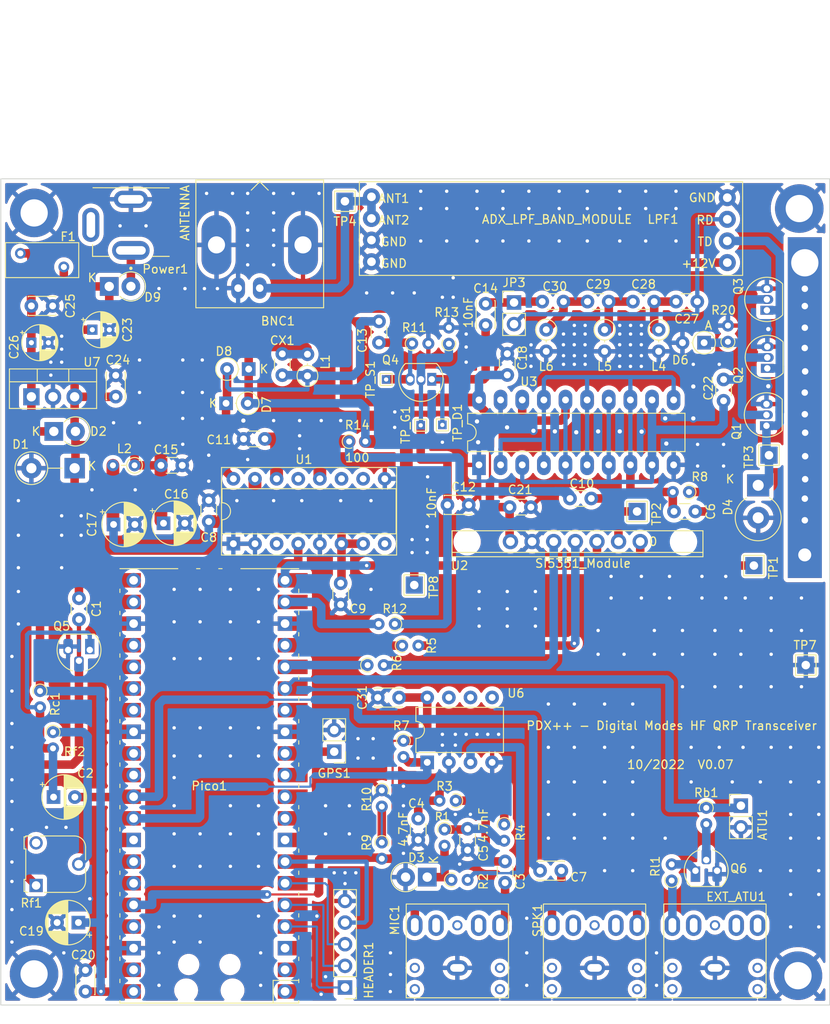
<source format=kicad_pcb>
(kicad_pcb (version 20211014) (generator pcbnew)
  (title_block (title "PDX++"))
  (layers (0 "F.Cu" signal) (31 "B.Cu" signal) (34 "B.Paste" user) (35 "F.Paste" user) (36 "B.SilkS" user "B.Silkscreen") (37 "F.SilkS" user "F.Silkscreen") (38 "B.Mask" user) (39 "F.Mask" user) (44 "Edge.Cuts" user))
  (net 0 "")
  (net 1 "GNDPWR")
  (net 2 "+5V")
  (net 3 "FSK")
  (net 4 "RX_AUDIO")
  (net 5 "Net-(C11-Pad2)")
  (net 6 "RX")
  (net 7 "RXSW")
  (net 8 "RX_OSC")
  (net 9 "TD_IN")
  (net 10 "+3.3V")
  (net 11 "SCL")
  (net 12 "SDA")
  (net 13 "Net-(C17-Pad1)")
  (net 14 "TO_ADC")
  (net 17 "Net-(D9-Pad2)")
  (net 19 "SW1")
  (net 20 "SW2")
  (net 21 "Net-(C2-Pad1)")
  (net 22 "Net-(C1-Pad2)")
  (net 28 "SW3")
  (net 29 "Net-(D9-Pad1)")
  (net 35 "Net-(ATU1-Pad1)")
  (net 36 "Net-(GPS1-Pad1)")
  (net 44 "Net-(C27-Pad2)")
  (net 45 "Net-(C28-Pad2)")
  (net 46 "Net-(C29-Pad2)")
  (net 54 "Net-(Pico1-Pad20)")
  (net 55 "Net-(D3-Pad1)")
  (net 56 "Net-(R2-Pad2)")
  (net 60 "Net-(BNC1-Pad1)")
  (net 61 "Net-(C6-Pad1)")
  (net 62 "Net-(C6-Pad2)")
  (net 64 "Net-(C3-Pad1)")
  (net 65 "Net-(C3-Pad2)")
  (net 66 "Net-(C4-Pad1)")
  (net 67 "Net-(C5-Pad1)")
  (net 68 "Net-(C10-Pad1)")
  (net 69 "Net-(C13-Pad1)")
  (net 70 "Net-(C13-Pad2)")
  (net 71 "Net-(C14-Pad1)")
  (net 72 "Net-(C14-Pad2)")
  (net 73 "Net-(C22-Pad1)")
  (net 74 "Net-(C22-Pad2)")
  (net 75 "Net-(C25-Pad1)")
  (net 77 "Net-(Rf1-Pad2)")
  (net 81 "Net-(R10-Pad2)")
  (net 83 "Net-(C7-Pad1)")
  (net 84 "Net-(R5-Pad2)")
  (net 85 "Net-(R6-Pad2)")
  (net 86 "Net-(Pico1-Pad19)")
  (net 87 "Net-(EXT_ATU1-PadR)")
  (net 91 "Net-(Q6-Pad1)")
  (net 92 "Net-(Q6-Pad2)")
  (net 93 "TXLED")
  (footprint "footprints:PJ-307_Modded" (layer "F.Cu") (at 112.508 102.3945 90)
    (fp_text reference "MIC1")
    (fp_text value "MIC")
  )
  (footprint "footprints:PJ-307_Modded" (layer "F.Cu") (at 128.618 102.3945 90)
    (fp_text reference "SPK1")
    (fp_text value "SPEAKER")
  )
  (footprint "Diode_THT:D_DO-15_P5.08mm_Vertical_KathodeUp" (layer "F.Cu") (at 67.564 46.736 180)
    (fp_text reference "D1")
    (fp_text value "5.6V 5W" hide)
  )
  (footprint "Diode_THT:D_DO-41_SOD81_P2.54mm_Vertical_KathodeUp" (layer "F.Cu") (at 65.122315 42.418)
    (fp_text reference "D2")
    (fp_text value "1N4001" hide)
  )
  (footprint "MountingHole:MountingHole_3.2mm_M3_ISO7380_Pad" (layer "F.Cu") (at 152.5 106.31)
    (fp_text reference "H1" hide)
    (fp_text value "MountingHole_Pad" hide)
  )
  (footprint "MountingHole:MountingHole_3.2mm_M3_ISO7380_Pad" (layer "F.Cu") (at 152.654 16.256)
    (fp_text reference "H2" hide)
    (fp_text value "MountingHole_Pad" hide)
  )
  (footprint "MountingHole:MountingHole_3.2mm_M3_ISO7380_Pad" (layer "F.Cu") (at 62.8 106.1)
    (fp_text reference "H3" hide)
    (fp_text value "MountingHole_Pad" hide)
  )
  (footprint "MountingHole:MountingHole_3.2mm_M3_ISO7380_Pad" (layer "F.Cu") (at 62.81 16.77)
    (fp_text reference "H4" hide)
    (fp_text value "MountingHole_Pad" hide)
  )
  (footprint "Connector_Coaxial:BNC_Amphenol_B6252HB-NPP3G-50_Horizontal" (layer "F.Cu") (at 89.3 25.6)
    (fp_text reference "BNC1")
    (fp_text value "BNC" hide)
  )
  (footprint "Package_TO_SOT_THT:TO-92_Inline" (layer "F.Cu") (at 148.798 41.752 90)
    (fp_text reference "Q1")
    (fp_text value "BS170" hide)
  )
  (footprint "Package_TO_SOT_THT:TO-92_Inline" (layer "F.Cu") (at 148.898 35.012 90)
    (fp_text reference "Q2")
    (fp_text value "BS170" hide)
  )
  (footprint "Package_TO_SOT_THT:TO-92_Inline" (layer "F.Cu") (at 148.844 28.194 90)
    (fp_text reference "Q3")
    (fp_text value "BS170" hide)
  )
  (footprint "Package_TO_SOT_THT:TO-92_Inline" (layer "F.Cu") (at 109.5 36.3 180)
    (fp_text reference "Q4")
    (fp_text value "BS170" hide)
  )
  (footprint "Package_DIP:DIP-16_W7.62mm_Socket" (layer "F.Cu") (at 86.2 55.6 90)
    (fp_text reference "U1")
    (fp_text value "CD2003GB_GP" hide)
  )
  (footprint "VFO_footprint:SI5351 Module_Vertical" (layer "F.Cu") (at 112.64 61.446)
    (fp_text reference "U2")
    (fp_text value "SI5351_Module")
  )
  (footprint "Package_DIP:DIP-20_W7.62mm_LongPads" (layer "F.Cu") (at 115.04 46.346 90)
    (fp_text reference "U3")
    (fp_text value "74ACT244" hide)
  )
  (footprint "uSDX_LPF_BAND_MODULE:uSDX_LPF_Band_Module" (layer "F.Cu") (at 147 56.1 180)
    (fp_text reference "LPF1" hide)
    (fp_text value "ADX_LPF_BAND_MODULE")
  )
  (footprint "footprints:RPi_Pico_SMD_TH" (layer "F.Cu") (at 83.38 84.03 180)
    (fp_text reference "Pico1")
    (fp_text value "Pico")
  )
  (footprint "Capacitor_THT:C_Disc_D3.0mm_W1.6mm_P2.50mm" (layer "F.Cu") (at 118.108 92.896 -90)
    (fp_text reference "C3")
    (fp_text value "100nF" hide)
  )
  (footprint "Capacitor_THT:C_Disc_D3.0mm_W1.6mm_P2.50mm" (layer "F.Cu") (at 107.908 87.866 -90)
    (fp_text reference "C4")
    (fp_text value "4.7nF")
  )
  (footprint "Capacitor_THT:C_Disc_D3.0mm_W1.6mm_P2.50mm" (layer "F.Cu") (at 113.708 89.066 -90)
    (fp_text reference "C5")
    (fp_text value "4.7nF")
  )
  (footprint "Capacitor_THT:C_Disc_D3.0mm_W1.6mm_P2.50mm" (layer "F.Cu") (at 118.638 51.308)
    (fp_text reference "C21")
    (fp_text value "100nF" hide)
  )
  (footprint "Capacitor_THT:C_Disc_D3.0mm_W1.6mm_P2.50mm" (layer "F.Cu") (at 143.764 36.322 -90)
    (fp_text reference "C22")
    (fp_text value "100nF" hide)
  )
  (footprint "Capacitor_THT:CP_Radial_D4.0mm_P2.00mm" (layer "F.Cu") (at 69.639401 30.48)
    (fp_text reference "C23")
    (fp_text value "10uF/16V" hide)
  )
  (footprint "Capacitor_THT:C_Disc_D3.0mm_W2.0mm_P2.50mm" (layer "F.Cu") (at 72.39 38.334 90)
    (fp_text reference "C24")
    (fp_text value "100nF" hide)
  )
  (footprint "Capacitor_THT:C_Disc_D3.0mm_W2.0mm_P2.50mm" (layer "F.Cu") (at 62.484 27.686)
    (fp_text reference "C25")
    (fp_text value "100nF")
  )
  (footprint "Capacitor_THT:CP_Radial_D4.0mm_P2.00mm" (layer "F.Cu") (at 62.484 32.004)
    (fp_text reference "C26")
    (fp_text value "100uF/16V" hide)
  )
  (footprint "Capacitor_THT:C_Disc_D3.0mm_W2.0mm_P2.50mm" (layer "F.Cu") (at 115.824 29.932 90)
    (fp_text reference "C14")
    (fp_text value "10nF")
  )
  (footprint "Capacitor_THT:C_Disc_D3.0mm_W2.0mm_P2.50mm" (layer "F.Cu") (at 111.34 51.046)
    (fp_text reference "C12")
    (fp_text value "10nF")
  )
  (footprint "Capacitor_THT:C_Disc_D3.0mm_W1.6mm_P2.50mm" (layer "F.Cu") (at 103.3 32 90)
    (fp_text reference "C13")
    (fp_text value "680pF / 620pF" hide)
  )
  (footprint "Capacitor_THT:C_Disc_D3.0mm_W1.6mm_P2.50mm" (layer "F.Cu") (at 87.4 43.3)
    (fp_text reference "C11")
    (fp_text value "100nF" hide)
  )
  (footprint "Capacitor_THT:C_Disc_D3.0mm_W1.6mm_P2.50mm" (layer "F.Cu") (at 83.312 50.5 -90)
    (fp_text reference "C8")
    (fp_text value "100nF" hide)
  )
  (footprint "Capacitor_THT:C_Disc_D3.0mm_W1.6mm_P2.50mm" (layer "F.Cu") (at 125.73 50.292)
    (fp_text reference "C10")
    (fp_text value "100nF" hide)
  )
  (footprint "Capacitor_THT:C_Disc_D3.0mm_W1.6mm_P2.50mm" (layer "F.Cu") (at 98.806 62.738 90)
    (fp_text reference "C9")
    (fp_text value "100nF" hide)
  )
  (footprint "Capacitor_THT:CP_Radial_D5.0mm_P2.50mm" (layer "F.Cu") (at 72.136 53.34)
    (fp_text reference "C17")
    (fp_text value "10uF/16V" hide)
  )
  (footprint "Capacitor_THT:C_Disc_D3.0mm_W1.6mm_P2.50mm" (layer "F.Cu") (at 77.7 46.4)
    (fp_text reference "C15")
    (fp_text value "100nF" hide)
  )
  (footprint "Capacitor_THT:CP_Radial_D5.0mm_P2.50mm" (layer "F.Cu") (at 78 53.2)
    (fp_text reference "C16")
    (fp_text value "100uF/16V" hide)
  )
  (footprint "Diode_THT:D_DO-35_SOD27_P2.54mm_Vertical_AnodeUp" (layer "F.Cu") (at 141.478 32.004 180)
    (fp_text reference "D6")
    (fp_text value "1N4148" hide)
  )
  (footprint "Diode_THT:D_DO-35_SOD27_P2.54mm_Vertical_KathodeUp" (layer "F.Cu") (at 85.344 39.116)
    (fp_text reference "D7")
    (fp_text value "1N4148" hide)
  )
  (footprint "Diode_THT:D_DO-35_SOD27_P2.54mm_Vertical_KathodeUp" (layer "F.Cu") (at 88 35.1 180)
    (fp_text reference "D8")
    (fp_text value "1N4148" hide)
  )
  (footprint "Diode_THT:D_DO-41_SOD81_P2.54mm_Vertical_KathodeUp" (layer "F.Cu") (at 71.628 25.4)
    (fp_text reference "D9")
    (fp_text value "1N5817" hide)
  )
  (footprint "Resistor_THT:R_Axial_DIN0204_L3.6mm_D1.6mm_P2.54mm_Vertical" (layer "F.Cu") (at 74.6 46.4 180)
    (fp_text reference "L2")
    (fp_text value "100uH" hide)
  )
  (footprint "Inductor_THT:L_Axial_L5.3mm_D2.2mm_P2.54mm_Vertical_Vishay_IM-1" (layer "F.Cu") (at 94.9 35.9 90)
    (fp_text reference "L1")
    (fp_text value "1uH" hide)
  )
  (footprint "Resistor_THT:R_Axial_DIN0204_L3.6mm_D1.6mm_P1.90mm_Vertical" (layer "F.Cu") (at 110.998 89.154 -90)
    (fp_text reference "R1")
    (fp_text value "5.1k" hide)
  )
  (footprint "Resistor_THT:R_Axial_DIN0204_L3.6mm_D1.6mm_P1.90mm_Vertical" (layer "F.Cu") (at 111.808 95.066)
    (fp_text reference "R2")
    (fp_text value "5.1k" hide)
  )
  (footprint "Resistor_THT:R_Axial_DIN0204_L3.6mm_D1.6mm_P1.90mm_Vertical" (layer "F.Cu") (at 112.308 85.766 180)
    (fp_text reference "R3")
    (fp_text value "10k" hide)
  )
  (footprint "Resistor_THT:R_Axial_DIN0204_L3.6mm_D1.6mm_P1.90mm_Vertical" (layer "F.Cu") (at 118.008 88.566 -90)
    (fp_text reference "R4")
    (fp_text value "10k" hide)
  )
  (footprint "Resistor_THT:R_Axial_DIN0204_L3.6mm_D1.6mm_P1.90mm_Vertical" (layer "F.Cu") (at 103.632 90.678 -90)
    (fp_text reference "R9")
    (fp_text value "10k" hide)
  )
  (footprint "Resistor_THT:R_Axial_DIN0204_L3.6mm_D1.6mm_P1.90mm_Vertical" (layer "F.Cu") (at 103.632 84.553 -90)
    (fp_text reference "R10")
    (fp_text value "10k" hide)
  )
  (footprint "Resistor_THT:R_Axial_DIN0204_L3.6mm_D1.6mm_P1.90mm_Vertical" (layer "F.Cu") (at 144.272 31.893 90)
    (fp_text reference "R20")
    (fp_text value "2.7k" hide)
  )
  (footprint "Resistor_THT:R_Axial_DIN0204_L3.6mm_D1.6mm_P1.90mm_Vertical" (layer "F.Cu") (at 107.2 32.1)
    (fp_text reference "R11")
    (fp_text value "1k" hide)
  )
  (footprint "Resistor_THT:R_Axial_DIN0204_L3.6mm_D1.6mm_P1.90mm_Vertical" (layer "F.Cu") (at 99.8 43.6)
    (fp_text reference "R14")
    (fp_text value "100")
  )
  (footprint "TestPoint:TestPoint_THTPad_2.0x2.0mm_Drill1.0mm" (layer "F.Cu") (at 147.32 58.166)
    (fp_text reference "TP1")
    (fp_text value "CLK0" hide)
  )
  (footprint "TestPoint:TestPoint_THTPad_2.0x2.0mm_Drill1.0mm" (layer "F.Cu") (at 133.604 51.816)
    (fp_text reference "TP2")
    (fp_text value "CLK1" hide)
  )
  (footprint "TestPoint:TestPoint_THTPad_2.0x2.0mm_Drill1.0mm" (layer "F.Cu") (at 149.098 45.212)
    (fp_text reference "TP3")
    (fp_text value "TestPoint" hide)
  )
  (footprint "TestPoint:TestPoint_THTPad_2.0x2.0mm_Drill1.0mm" (layer "F.Cu") (at 99.3 15.4)
    (fp_text reference "TP4")
    (fp_text value "TestPoint" hide)
  )
  (footprint "TestPoint:TestPoint_THTPad_2.0x2.0mm_Drill1.0mm" (layer "F.Cu") (at 153.416 69.85)
    (fp_text reference "TP7")
    (fp_text value "GND" hide)
  )
  (footprint "TestPoint:TestPoint_THTPad_2.0x2.0mm_Drill1.0mm" (layer "F.Cu") (at 107.442 60.452)
    (fp_text reference "TP8")
    (fp_text value "CAL" hide)
  )
  (footprint "TestPoint:TestPoint_THTPad_1.0x1.0mm_Drill0.5mm" (layer "F.Cu") (at 110.744 41.656 90)
    (fp_text reference "TP_D1")
    (fp_text value " " hide)
  )
  (footprint "TestPoint:TestPoint_THTPad_1.0x1.0mm_Drill0.5mm" (layer "F.Cu") (at 108.2 41.7 180)
    (fp_text reference "TP_G1")
    (fp_text value " " hide)
  )
  (footprint "TestPoint:TestPoint_THTPad_1.0x1.0mm_Drill0.5mm" (layer "F.Cu") (at 104.14 36.322 -90)
    (fp_text reference "TP_S1")
    (fp_text value " " hide)
  )
  (footprint "Inductor_THT:L_Axial_L5.3mm_D2.2mm_P2.54mm_Vertical_Vishay_IM-1" (layer "F.Cu") (at 122.936 30.48 -90)
    (fp_text reference "L6")
    (fp_text value "2.2uH" hide)
  )
  (footprint "Capacitor_THT:C_Disc_D3.0mm_W1.6mm_P2.50mm" (layer "F.Cu") (at 118.364 33.294 -90)
    (fp_text reference "C18")
    (fp_text value "100nF" hide)
  )
  (footprint "Package_TO_SOT_THT:TO-220-3_Vertical" (layer "F.Cu") (at 62.484 38.354)
    (fp_text reference "U7")
    (fp_text value "CDIL_7805_TO220" hide)
  )
  (footprint "Resistor_THT:R_Axial_DIN0204_L3.6mm_D1.6mm_P1.90mm_Vertical" (layer "F.Cu") (at 141.732 86.614 -90)
    (fp_text reference "Rb1")
    (fp_text value "1k" hide)
  )
  (footprint "Potentiometer_THT:Potentiometer_Runtron_RM-065_Vertical" (layer "F.Cu") (at 63.038 95.718 90)
    (fp_text reference "Rf1")
    (fp_text value "500k (keep ~10k)" hide)
  )
  (footprint "Fuse:Fuse_BelFuse_0ZRE0005FF_L8.3mm_W3.8mm" (layer "F.Cu") (at 66.294 23.114 180)
    (fp_text reference "F1")
    (fp_text value "1A" hide)
  )
  (footprint "MountingHole:MountingHole_2.2mm_M2" (layer "F.Cu") (at 113.656 55.372)
    (fp_text reference "S1" hide)
    (fp_text value "MountingHole" hide)
  )
  (footprint "Package_TO_SOT_THT:TO-92_HandSolder" (layer "F.Cu") (at 69.342 68.072 180)
    (fp_text reference "Q5")
    (fp_text value "BC547" hide)
  )
  (footprint "footprints:XKB_DC-005-5A-2.0" (layer "F.Cu") (at 74.168 15.17 -90)
    (fp_text reference "Power1")
    (fp_text value "DC-005 (Barrel Jack)" hide)
  )
  (footprint "MountingHole:MountingHole_2.2mm_M2" (layer "F.Cu") (at 139.056 55.372)
    (fp_text reference "S2" hide)
    (fp_text value "MountingHole" hide)
  )
  (footprint "Capacitor_THT:C_Disc_D3.0mm_W2.0mm_P2.50mm" (layer "F.Cu") (at 68.834 105.664 -90)
    (fp_text reference "C20")
    (fp_text value "100nF" hide)
  )
  (footprint "Capacitor_THT:C_Disc_D3.0mm_W1.6mm_P2.50mm" (layer "F.Cu") (at 130.282 27.178 180)
    (fp_text reference "C29")
    (fp_text value "820" hide)
  )
  (footprint "Capacitor_THT:C_Disc_D3.0mm_W1.6mm_P2.50mm" (layer "F.Cu") (at 91.948 35.814 90)
    (fp_text reference "CX1")
    (fp_text value "  " hide)
  )
  (footprint "Capacitor_THT:CP_Radial_D5.0mm_P2.50mm" (layer "F.Cu") (at 65.088888 85.344)
    (fp_text reference "C2")
    (fp_text value "10uF" hide)
  )
  (footprint "Capacitor_THT:C_Disc_D3.0mm_W1.6mm_P2.50mm" (layer "F.Cu") (at 68.072 61.996 -90)
    (fp_text reference "C1")
    (fp_text value "100nF")
  )
  (footprint "Capacitor_THT:C_Disc_D3.0mm_W1.6mm_P2.50mm" (layer "F.Cu") (at 135.616 27.178 180)
    (fp_text reference "C28")
    (fp_text value "820" hide)
  )
  (footprint "footprints:PJ-307_Modded" (layer "F.Cu") (at 142.753 102.3945 90)
    (fp_text reference "EXT_ATU1")
    (fp_text value "EXT_ATU")
  )
  (footprint "Diode_THT:D_DO-41_SOD81_P2.54mm_Vertical_KathodeUp" (layer "F.Cu") (at 108.966 94.742 180)
    (fp_text reference "D3")
    (fp_text value "1N581X" hide)
  )
  (footprint "Resistor_THT:R_Axial_DIN0204_L3.6mm_D1.6mm_P1.90mm_Vertical" (layer "F.Cu") (at 65.024 77.724 -90)
    (fp_text reference "Rf2")
    (fp_text value "4.7k" hide)
  )
  (footprint "Package_DIP:DIP-8_W7.62mm" (layer "F.Cu") (at 108.966 81.27 90)
    (fp_text reference "U6")
    (fp_text value "LM393" hide)
  )
  (footprint "Capacitor_THT:C_Disc_D3.0mm_W2.0mm_P2.50mm" (layer "F.Cu") (at 124.714 93.98 180)
    (fp_text reference "C7")
    (fp_text value "470nF" hide)
  )
  (footprint "Package_TO_SOT_THT:TO-92_HandSolder" (layer "F.Cu") (at 140.462 93.992)
    (fp_text reference "Q6")
    (fp_text value "BC547" hide)
  )
  (footprint "Resistor_THT:R_Axial_DIN0204_L3.6mm_D1.6mm_P1.90mm_Vertical" (layer "F.Cu") (at 101.965 69.85)
    (fp_text reference "R6")
    (fp_text value "330" hide)
  )
  (footprint "Capacitor_THT:CP_Radial_D5.0mm_P2.50mm" (layer "F.Cu") (at 68.007113 100.076 180)
    (fp_text reference "C19")
    (fp_text value "10uF" hide)
  )
  (footprint "Inductor_THT:L_Axial_L5.3mm_D2.2mm_P2.54mm_Vertical_Vishay_IM-1" (layer "F.Cu") (at 129.794 30.48 -90)
    (fp_text reference "L5")
    (fp_text value "2.2uH" hide)
  )
  (footprint "Connector_PinHeader_2.54mm:PinHeader_1x05_P2.54mm_Vertical" (layer "F.Cu") (at 99.314 107.696 180)
    (fp_text reference "HEADER1")
    (fp_text value "Conn_01x05" hide)
  )
  (footprint "Connector_PinHeader_2.54mm:PinHeader_1x02_P2.54mm_Vertical" (layer "F.Cu") (at 119.158 27.286)
    (fp_text reference "JP3")
    (fp_text value "Filter-Skip" hide)
  )
  (footprint "Capacitor_THT:C_Disc_D3.0mm_W2.0mm_P2.50mm" (layer "F.Cu") (at 105.664 73.66 180)
    (fp_text reference "C31")
    (fp_text value "100nF" hide)
  )
  (footprint "Resistor_THT:R_Axial_DIN0204_L3.6mm_D1.6mm_P1.90mm_Vertical" (layer "F.Cu") (at 106.029 67.564)
    (fp_text reference "R5")
    (fp_text value "330" hide)
  )
  (footprint "Resistor_THT:R_Axial_DIN0204_L3.6mm_D1.6mm_P1.90mm_Vertical" (layer "F.Cu") (at 106.172 78.74 -90)
    (fp_text reference "R7")
    (fp_text value "10k" hide)
  )
  (footprint "Resistor_THT:R_Axial_DIN0204_L3.6mm_D1.6mm_P1.90mm_Vertical" (layer "F.Cu") (at 137.668 95.139 90)
    (fp_text reference "Rl1")
    (fp_text value "470" hide)
  )
  (footprint "Connector_PinHeader_2.54mm:PinHeader_1x02_P2.54mm_Vertical" (layer "F.Cu") (at 145.796 86.355)
    (fp_text reference "ATU1")
    (fp_text value "Conn_01x02" hide)
  )
  (footprint "Resistor_THT:R_Axial_DIN0204_L3.6mm_D1.6mm_P1.90mm_Vertical" (layer "F.Cu") (at 105.156 65.024 180)
    (fp_text reference "R12")
    (fp_text value "330" hide)
  )
  (footprint "footprints:ThermalPad_Final" (layer "F.Cu") (at 150.763 22.624)
    (fp_text reference "HS1" hide)
    (fp_text value "Heatsink_Pad" hide)
  )
  (footprint "Resistor_THT:R_Axial_DIN0204_L3.6mm_D1.6mm_P1.90mm_Vertical" (layer "F.Cu") (at 111.506 32.126 90)
    (fp_text reference "R13")
    (fp_text value "10k" hide)
  )
  (footprint "Diode_THT:D_DO-201_P3.81mm_Vertical_KathodeUp" (layer "F.Cu") (at 147.828 48.748 -90)
    (fp_text reference "D4")
    (fp_text value "47v 5W" hide)
  )
  (footprint "Resistor_THT:R_Axial_DIN0204_L3.6mm_D1.6mm_P1.90mm_Vertical" (layer "F.Cu") (at 63.5 72.898 -90)
    (fp_text reference "Rc1")
    (fp_text value "4.7k" hide)
  )
  (footprint "Connector_PinHeader_2.54mm:PinHeader_1x02_P2.54mm_Vertical" (layer "F.Cu") (at 98.044 80.015 180)
    (fp_text reference "GPS1")
    (fp_text value "Conn_01x02" hide)
  )
  (footprint "Capacitor_THT:C_Disc_D3.0mm_W1.6mm_P2.50mm" (layer "F.Cu") (at 140.442 51.816 180)
    (fp_text reference "C6")
    (fp_text value "100pF" hide)
  )
  (footprint "Inductor_THT:L_Axial_L5.3mm_D2.2mm_P2.54mm_Vertical_Vishay_IM-1" (layer "F.Cu") (at 136.144 30.48 -90)
    (fp_text reference "L4")
    (fp_text value "2.2uH" hide)
  )
  (footprint "Capacitor_THT:C_Disc_D3.0mm_W1.6mm_P2.50mm" (layer "F.Cu") (at 124.968 27.178 180)
    (fp_text reference "C30")
    (fp_text value "2.2nF" hide)
  )
  (footprint "Capacitor_THT:C_Disc_D3.0mm_W1.6mm_P2.50mm" (layer "F.Cu") (at 140.676 27.178 180)
    (fp_text reference "C27")
    (fp_text value "2.2nF" hide)
  )
  (footprint "Resistor_THT:R_Axial_DIN0204_L3.6mm_D1.6mm_P1.90mm_Vertical" (layer "F.Cu") (at 139.7 49.53 180)
    (fp_text reference "R8")
    (fp_text value "100" hide)
  )
  (gr_rect (start 58.9 12.765) (end 156.22 109.755) (layer "Edge.Cuts") (width 0.1) (fill none))
  (gr_text "LPF1" (at 136.652 17.526) (layer "F.SilkS") (effects (font (size 1 1))))
  (gr_text "PDX++ - Digital Modes HF QRP Transceiver" (at 137.668 76.962) (layer "F.SilkS") (effects (font (size 1 1))))
  (gr_text "ANTENNA" (at 80.518 16.764 90) (layer "F.SilkS") (effects (font (size 1 1))))
  (gr_text "10/2022  V0.07" (at 138.684 81.534) (layer "F.SilkS") (effects (font (size 1 1))))
  (via (at 75.184 37.846) (size 0.8) (drill 0.4) (layers "F.Cu" "B.Cu") (net 1))
  (via (at 60.96 61.214) (size 0.8) (drill 0.4) (layers "F.Cu" "B.Cu") (net 1))
  (via (at 151.638 83.566) (size 0.8) (drill 0.4) (layers "F.Cu" "B.Cu") (net 1))
  (via (at 100.838 80.772) (size 0.8) (drill 0.4) (layers "F.Cu" "B.Cu") (net 1))
  (via (at 115.062 65.278) (size 0.8) (drill 0.4) (layers "F.Cu" "B.Cu") (net 1))
  (via (at 151.638 100.584) (size 0.8) (drill 0.4) (layers "F.Cu" "B.Cu") (net 1))
  (via (at 123.19 83.566) (size 0.8) (drill 0.4) (layers "F.Cu" "B.Cu") (net 1))
  (via (at 151.638 87.376) (size 0.8) (drill 0.4) (layers "F.Cu" "B.Cu") (net 1))
  (via (at 133.096 90.17) (size 0.8) (drill 0.4) (layers "F.Cu" "B.Cu") (net 1))
  (via (at 130.556 59.436) (size 0.8) (drill 0.4) (layers "F.Cu" "B.Cu") (net 1))
  (via (at 149.012 37.112) (size 1) (drill 0.5) (layers "F.Cu" "B.Cu") (net 1))
  (via (at 66.04 52.324) (size 0.8) (drill 0.4) (layers "F.Cu" "B.Cu") (net 1))
  (via (at 127.762 14.224) (size 0.8) (drill 0.4) (layers "F.Cu" "B.Cu") (net 1))
  (via (at 143.764 43.942) (size 0.8) (drill 0.4) (layers "F.Cu" "B.Cu") (net 1))
  (via (at 87.884 16.764) (size 0.8) (drill 0.4) (layers "F.Cu" "B.Cu") (net 1))
  (via (at 134.62 20.066) (size 0.8) (drill 0.4) (layers "F.Cu" "B.Cu") (net 1))
  (via (at 131.572 16.256) (size 0.8) (drill 0.4) (layers "F.Cu" "B.Cu") (net 1))
  (via (at 132.08 68.58) (size 0.8) (drill 0.4) (layers "F.Cu" "B.Cu") (net 1))
  (via (at 140.208 37.146) (size 1) (drill 0.5) (layers "F.Cu" "B.Cu") (net 1))
  (via (at 83.312 48.26) (size 0.8) (drill 0.4) (layers "F.Cu" "B.Cu") (net 1))
  (via (at 60.198 83.312) (size 0.8) (drill 0.4) (layers "F.Cu" "B.Cu") (net 1))
  (via (at 72.898 18.288) (size 0.8) (drill 0.4) (layers "F.Cu" "B.Cu") (net 1))
  (via (at 97.028 89.662) (size 0.8) (drill 0.4) (layers "F.Cu" "B.Cu") (net 1))
  (via (at 90.932 16.764) (size 0.8) (drill 0.4) (layers "F.Cu" "B.Cu") (net 1))
  (via (at 80.264 37.846) (size 0.8) (drill 0.4) (layers "F.Cu" "B.Cu") (net 1))
  (via (at 149.352 72.39) (size 0.8) (drill 0.4) (layers "F.Cu" "B.Cu") (net 1))
  (via (at 80.264 40.894) (size 0.8) (drill 0.4) (layers "F.Cu" "B.Cu") (net 1))
  (via (at 87.884 18.796) (size 0.8) (drill 0.4) (layers "F.Cu" "B.Cu") (net 1))
  (via (at 136.906 40.894) (size 1) (drill 0.5) (layers "F.Cu" "B.Cu") (net 1))
  (via (at 124.957194 32.243142) (size 0.8) (drill 0.4) (layers "F.Cu" "B.Cu") (net 1))
  (via (at 137.414 59.436) (size 0.8) (drill 0.4) (layers "F.Cu" "B.Cu") (net 1))
  (via (at 75.184 41.402) (size 0.8) (drill 0.4) (layers "F.Cu" "B.Cu") (net 1))
  (via (at 129.794 93.98) (size 0.8) (drill 0.4) (layers "F.Cu" "B.Cu") (net 1))
  (via (at 137.414 61.976) (size 0.8) (drill 0.4) (layers "F.Cu" "B.Cu") (net 1))
  (via (at 104.648 103.632) (size 0.8) (drill 0.4) (layers "F.Cu" "B.Cu") (net 1))
  (via (at 154.94 90.17) (size 0.8) (drill 0.4) (layers "F.Cu" "B.Cu") (net 1))
  (via (at 129.032 68.58) (size 0.8) (drill 0.4) (layers "F.Cu" "B.Cu") (net 1))
  (via (at 90.932 14.478) (size 0.8) (drill 0.4) (layers "F.Cu" "B.Cu") (net 1))
  (via (at 79.248 80.518) (size 0.8) (drill 0.4) (layers "F.Cu" "B.Cu") (net 1))
  (via (at 66.04 54.61) (size 0.8) (drill 0.4) (layers "F.Cu" "B.Cu") (net 1))
  (via (at 77.47 103.632) (size 0.8) (drill 0.4) (layers "F.Cu" "B.Cu") (net 1))
  (via (at 79.248 60.96) (size 0.8) (drill 0.4) (layers "F.Cu" "B.Cu") (net 1))
  (via (at 99.314 94.234) (size 0.8) (drill 0.4) (layers "F.Cu" "B.Cu") (net 1))
  (via (at 131.572 29.972) (size 0.8) (drill 0.4) (layers "F.Cu" "B.Cu") (net 1))
  (via (at 154.94 83.566) (size 0.8) (drill 0.4) (layers "F.Cu" "B.Cu") (net 1))
  (via (at 112.014 24.384) (size 0.8) (drill 0.4) (layers "F.Cu" "B.Cu") (net 1))
  (via (at 134.101194 32.243142) (size 0.8) (drill 0.4) (layers "F.Cu" "B.Cu") (net 1))
  (via (at 131.572 42.418) (size 1) (drill 0.5) (layers "F.Cu" "B.Cu") (net 1))
  (via (at 108.204 16.256) (size 0.8) (drill 0.4) (layers "F.Cu" "B.Cu") (net 1))
  (via (at 98.806 41.148) (size 0.8) (drill 0.4) (layers "F.Cu" "B.Cu") (net 1))
  (via (at 149.352 65.786) (size 0.8) (drill 0.4) (layers "F.Cu" "B.Cu") (net 1))
  (via (at 66.04 31.242) (size 0.8) (drill 0.4) (layers "F.Cu" "B.Cu") (net 1))
  (via (at 142.748 68.58) (size 0.8) (drill 0.4) (layers "F.Cu" "B.Cu") (net 1))
  (via (at 144.78 83.566) (size 0.8) (drill 0.4) (layers "F.Cu" "B.Cu") (net 1))
  (via (at 121.44 42.346) (size 1) (drill 0.5) (layers "F.Cu" "B.Cu") (net 1))
  (via (at 69.342 97.282) (size 0.8) (drill 0.4) (layers "F.Cu" "B.Cu") (net 1))
  (via (at 79.248 77.216) (size 0.8) (drill 0.4) (layers "F.Cu" "B.Cu") (net 1))
  (via (at 151.638 90.17) (size 0.8) (drill 0.4) (layers "F.Cu" "B.Cu") (net 1))
  (via (at 141.224 59.436) (size 0.8) (drill 0.4) (layers "F.Cu" "B.Cu") (net 1))
  (via (at 60.96 54.61) (size 0.8) (drill 0.4) (layers "F.Cu" "B.Cu") (net 1))
  (via (at 85.852 77.216) (size 0.8) (drill 0.4) (layers "F.Cu" "B.Cu") (net 1))
  (via (at 107.188 56.642) (size 0.8) (drill 0.4) (layers "F.Cu" "B.Cu") (net 1))
  (via (at 149.352 68.58) (size 0.8) (drill 0.4) (layers "F.Cu" "B.Cu") (net 1))
  (via (at 89.154 93.472) (size 0.8) (drill 0.4) (layers "F.Cu" "B.Cu") (net 1))
  (via (at 90.932 50.546) (size 0.8) (drill 0.4) (layers "F.Cu" "B.Cu") (net 1))
  (via (at 102.616 80.772) (size 0.8) (drill 0.4) (layers "F.Cu" "B.Cu") (net 1))
  (via (at 126.238 34.544) (size 0.8) (drill 0.4) (layers "F.Cu" "B.Cu") (net 1))
  (via (at 141.224 61.976) (size 0.8) (drill 0.4) (layers "F.Cu" "B.Cu") (net 1))
  (via (at 123.952 42.418) (size 1) (drill 0.5) (layers "F.Cu" "B.Cu") (net 1))
  (via (at 126.238 90.17) (size 0.8) (drill 0.4) (layers "F.Cu" "B.Cu") (net 1))
  (via (at 133.096 79.502) (size 0.8) (drill 0.4) (layers "F.Cu" "B.Cu") (net 1))
  (via (at 127.508 33.528) (size 0.8) (drill 0.4) (layers "F.Cu" "B.Cu") (net 1))
  (via (at 134.112 29.972) (size 0.8) (drill 0.4) (layers "F.Cu" "B.Cu") (net 1))
  (via (at 89.154 99.314) (size 0.8) (drill 0.4) (layers "F.Cu" "B.Cu") (net 1))
  (via (at 82.55 40.894) (size 0.8) (drill 0.4) (layers "F.Cu" "B.Cu") (net 1))
  (via (at 114.808 77.978) (size 0.8) (drill 0.4) (layers "F.Cu" "B.Cu") (net 1))
  (via (at 127.762 20.066) (size 0.8) (drill 0.4) (layers "F.Cu" "B.Cu") (net 1))
  (via (at 112.268 77.978) (size 0.8) (drill 0.4) (layers "F.Cu" "B.Cu") (net 1))
  (via (at 129.794 87.376) (size 0.8) (drill 0.4) (layers "F.Cu" "B.Cu") (net 1))
  (via (at 93.98 42.926) (size 0.8) (drill 0.4) (layers "F.Cu" "B.Cu") (net 1))
  (via (at 118.364 65.278) (size 0.8) (drill 0.4) (layers "F.Cu" "B.Cu") (net 1))
  (via (at 123.19 79.502) (size 0.8) (drill 0.4) (layers "F.Cu" "B.Cu") (net 1))
  (via (at 152.908 72.39) (size 0.8) (drill 0.4) (layers "F.Cu" "B.Cu") (net 1))
  (via (at 136.906 90.17) (size 0.8) (drill 0.4) (layers "F.Cu" "B.Cu") (net 1))
  (via (at 102.362 50.546) (size 0.8) (drill 0.4) (layers "F.Cu" "B.Cu") (net 1))
  (via (at 74.676 49.276) (size 0.8) (drill 0.4) (layers "F.Cu" "B.Cu") (net 1))
  (via (at 126.465 42.521) (size 1) (drill 0.5) (layers "F.Cu" "B.Cu") (net 1))
  (via (at 151.638 93.98) (size 0.8) (drill 0.4) (layers "F.Cu" "B.Cu") (net 1))
  (via (at 123.19 90.17) (size 0.8) (drill 0.4) (layers "F.Cu" "B.Cu") (net 1))
  (via (at 117.856 14.224) (size 0.8) (drill 0.4) (layers "F.Cu" "B.Cu") (net 1))
  (via (at 82.296 77.216) (size 0.8) (drill 0.4) (layers "F.Cu" "B.Cu") (net 1))
  (via (at 93.218 14.478) (size 0.8) (drill 0.4) (layers "F.Cu" "B.Cu") (net 1))
  (via (at 151.638 79.502) (size 0.8) (drill 0.4) (layers "F.Cu" "B.Cu") (net 1))
  (via (at 152.908 61.976) (size 0.8) (drill 0.4) (layers "F.Cu" "B.Cu") (net 1))
  (via (at 101.854 26.162) (size 0.8) (drill 0.4) (layers "F.Cu" "B.Cu") (net 1))
  (via (at 123.19 87.376) (size 0.8) (drill 0.4) (layers "F.Cu" "B.Cu") (net 1))
  (via (at 79.248 93.472) (size 0.8) (drill 0.4) (layers "F.Cu" "B.Cu") (net 1))
  (via (at 82.296 93.472) (size 0.8) (drill 0.4) (layers "F.Cu" "B.Cu") (net 1))
  (via (at 80.259291 43.928079) (size 0.8) (drill 0.4) (layers "F.Cu" "B.Cu") (net 1))
  (via (at 138.176 14.224) (size 0.8) (drill 0.4) (layers "F.Cu" "B.Cu") (net 1))
  (via (at 134.112 30.988) (size 0.8) (drill 0.4) (layers "F.Cu" "B.Cu") (net 1))
  (via (at 146.304 61.976) (size 0.8) (drill 0.4) (layers "F.Cu" "B.Cu") (net 1))
  (via (at 108.966 55.118) (size 0.8) (drill 0.4) (layers "F.Cu" "B.Cu") (net 1))
  (via (at 82.296 60.96) (size 0.8) (drill 0.4) (layers "F.Cu" "B.Cu") (net 1))
  (via (at 86.614 50.546) (size 0.8) (drill 0.4) (layers "F.Cu" "B.Cu") (net 1))
  (via (at 66.04 32.766) (size 0.8) (drill 0.4) (layers "F.Cu" "B.Cu") (net 1))
  (via (at 82.55 34.036) (size 0.8) (drill 0.4) (layers "F.Cu" "B.Cu") (net 1))
  (via (at 113.538 30.988) (size 0.8) (drill 0.4) (layers "F.Cu" "B.Cu") (net 1))
  (via (at 87.884 22.86) (size 0.8) (drill 0.4) (layers "F.Cu" "B.Cu") (net 1))
  (via (at 138.176 20.066) (size 0.8) (drill 0.4) (layers "F.Cu" "B.Cu") (net 1))
  (via (at 97.028 106.426) (size 0.8) (drill 0.4) (layers "F.Cu" "B.Cu") (net 1))
  (via (at 60.198 85.852) (size 0.8) (drill 0.4) (layers "F.Cu" "B.Cu") (net 1))
  (via (at 124.968 34.544) (size 0.8) (drill 0.4) (layers "F.Cu" "B.Cu") (net 1))
  (via (at 126.238 74.422) (size 0.8) (drill 0.4) (layers "F.Cu" "B.Cu") (net 1))
  (via (at 87.884 14.478) (size 0.8) (drill 0.4) (layers "F.Cu" "B.Cu") (net 1))
  (via (at 143.256 79.502) (size 0.8) (drill 0.4) (layers "F.Cu" "B.Cu") (net 1))
  (via (at 138.938 65.786) (size 0.8) (drill 0.4) (layers "F.Cu" "B.Cu") (net 1))
  (via (at 134.62 14.224) (size 0.8) (drill 0.4) (layers "F.Cu" "B.Cu") (net 1))
  (via (at 126.238 33.528) (size 0.8) (drill 0.4) (layers "F.Cu" "B.Cu") (net 1))
  (via (at 138.176 16.256) (size 0.8) (drill 0.4) (layers "F.Cu" "B.Cu") (net 1))
  (via (at 75.184 34.036) (size 0.8) (drill 0.4) (layers "F.Cu" "B.Cu") (net 1))
  (via (at 82.55 37.846) (size 0.8) (drill 0.4) (layers "F.Cu" "B.Cu") (net 1))
  (via (at 72.136 41.402) (size 0.8) (drill 0.4) (layers "F.Cu" "B.Cu") (net 1))
  (via (at 108.966 53.594) (size 0.8) (drill 0.4) (layers "F.Cu" "B.Cu") (net 1))
  (via (at 138.938 68.58) (size 0.8) (drill 0.4) (layers "F.Cu" "B.Cu") (net 1))
  (via (at 82.296 64.77) (size 0.8) (drill 0.4) (layers "F.Cu" "B.Cu") (net 1))
  (via (at 79.248 89.662) (size 0.8) (drill 0.4) (layers "F.Cu" "B.Cu") (net 1))
  (via (at 131.572 33.528) (size 0.8) (drill 0.4) (layers "F.Cu" "B.Cu") (net 1))
  (via (at 66.04 34.29) (size 0.8) (drill 0.4) (layers "F.Cu" "B.Cu") (net 1))
  (via (at 113.538 34.29) (size 0.8) (drill 0.4) (layers "F.Cu" "B.Cu") (net 1))
  (via (at 120.65 99.568) (size 0.8) (drill 0.4) (layers "F.Cu" "B.Cu") (net 1))
  (via (at 99.822 86.36) (size 0.8) (drill 0.4) (layers "F.Cu" "B.Cu") (net 1))
  (via (at 96.266 14.478) (size 0.8) (drill 0.4) (layers "F.Cu" "B.Cu") (net 1))
  (via (at 107.442 26.162) (size 0.8) (drill 0.4) (layers "F.Cu" "B.Cu") (net 1))
  (via (at 148.082 93.98) (size 0.8) (drill 0.4) (layers "F.Cu" "B.Cu") (net 1))
  (via (at 60.96 65.024) (size 0.8) (drill 0.4) (layers "F.Cu" "B.Cu") (net 1))
  (via (at 118.364 61.214) (size 0.8) (drill 0.4) (layers "F.Cu" "B.Cu") (net 1))
  (via (at 112.268 79.248) (size 0.8) (drill 0.4) (layers "F.Cu" "B.Cu") (net 1))
  (via (at 112.014 26.67) (size 0.8) (drill 0.4) (layers "F.Cu" "B.Cu") (net 1))
  (via (at 154.94 93.98) (size 0.8) (drill 0.4) (layers "F.Cu" "B.Cu") (net 1))
  (via (at 121.666 61.214) (size 0.8) (drill 0.4) (layers "F.Cu" "B.Cu") (net 1))
  (via (at 66.294 103.632) (size 0.8) (drill 0.4) (layers "F.Cu" "B.Cu") (net 1))
  (via (at 134.62 16.256) (size 0.8) (drill 0.4) (layers "F.Cu" "B.Cu") (net 1))
  (via (at 117.856 16.256) (size 0.8) (drill 0.4) (layers "F.Cu" "B.Cu") (net 1))
  (via (at 84.328 25.654) (size 0.8) (drill 0.4) (layers "F.Cu" "B.Cu") (net 1))
  (via (at 140.716 43.942) (size 0.8) (drill 0.4) (layers "F.Cu" "B.Cu") (net 1))
  (via (at 111.252 16.256) (size 0.8) (drill 0.4) (layers "F.Cu" "B.Cu") (net 1))
  (via (at 135.636 65.786) (size 0.8) (drill 0.4) (layers "F.Cu" "B.Cu") (net 1))
  (via (at 132.842 30.988) (size 0.8) (drill 0.4) (layers "F.Cu" "B.Cu") (net 1))
  (via (at 89.154 77.216) (size 0.8) (drill 0.4) (layers "F.Cu" "B.Cu") (net 1))
  (via (at 77.47 25.654) (size 0.8) (drill 0.4) (layers "F.Cu" "B.Cu") (net 1))
  (via (at 132.831194 32.243142) (size 0.8) (drill 0.4) (layers "F.Cu" "B.Cu") (net 1))
  (via (at 154.94 100.584) (size 0.8) (drill 0.4) (layers "F.Cu" "B.Cu") (net 1))
  (via (at 114.94 43.688) (size 1) (drill 0.5) (layers "F.Cu" "B.Cu") (net 1))
  (via (at 83.058 14.478) (size 0.8) (drill 0.4) (layers "F.Cu" "B.Cu") (net 1))
  (via (at 129.794 79.502) (size 0.8) (drill 0.4) (layers "F.Cu" "B.Cu") (net 1))
  (via (at 90.932 20.574) (size 0.8) (drill 0.4) (layers "F.Cu" "B.Cu") (net 1))
  (via (at 89.154 86.36) (size 0.8) (drill 0.4) (layers "F.Cu" "B.Cu") (net 1))
  (via (at 124.46 14.224) (size 0.8) (drill 0.4) (layers "F.Cu" "B.Cu") (net 1))
  (via (at 112.268 87.376) (size 0.8) (drill 0.4) (layers "F.Cu" "B.Cu") (net 1))
  (via (at 85.852 89.662) (size 0.8) (drill 0.4) (layers "F.Cu" "B.Cu") (net 1))
  (via (at 87.884 20.574) (size 0.8) (drill 0.4) (layers "F.Cu" "B.Cu") (net 1))
  (via (at 126.238 30.988) (size 0.8) (drill 0.4) (layers "F.Cu" "B.Cu") (net 1))
  (via (at 145.796 68.58) (size 0.8) (drill 0.4) (layers "F.Cu" "B.Cu") (net 1))
  (via (at 79.248 64.77) (size 0.8) (drill 0.4) (layers "F.Cu" "B.Cu") (net 1))
  (via (at 64.262 88.9) (size 0.8) (drill 0.4) (layers "F.Cu" "B.Cu") (net 1))
  (via (at 135.636 68.58) (size 0.8) (drill 0.4) (layers "F.Cu" "B.Cu") (net 1))
  (via (at 131.563584 34.790736) (size 0.8) (drill 0.4) (layers "F.Cu" "B.Cu") (net 1))
  (via (at 114.808 16.256) (size 0.8) (drill 0.4) (layers "F.Cu" "B.Cu") (net 1))
  (via (at 139.954 83.566) (size 0.8) (drill 0.4) (layers "F.Cu" "B.Cu") (net 1))
  (via (at 144.018 59.436) (size 0.8) (drill 0.4) (layers "F.Cu" "B.Cu") (net 1))
  (via (at 112.776 93.218) (size 0.8) (drill 0.4) (layers "F.Cu" "B.Cu") (net 1))
  (via (at 114.808 14.224) (size 0.8) (drill 0.4) (layers "F.Cu" "B.Cu") (net 1))
  (via (at 99.314 95.504) (size 0.8) (drill 0.4) (layers "F.Cu" "B.Cu") (net 1))
  (via (at 77.47 107.442) (size 0.8) (drill 0.4) (layers "F.Cu" "B.Cu") (net 1))
  (via (at 60.96 58.42) (size 0.8) (drill 0.4) (layers "F.Cu" "B.Cu") (net 1))
  (via (at 89.154 80.518) (size 0.8) (drill 0.4) (layers "F.Cu" "B.Cu") (net 1))
  (via (at 131.561194 32.243142) (size 0.8) (drill 0.4) (layers "F.Cu" "B.Cu") (net 1))
  (via (at 98.044 94.234) (size 0.8) (drill 0.4) (layers "F.Cu" "B.Cu") (net 1))
  (via (at 85.852 64.77) (size 0.8) (drill 0.4) (layers "F.Cu" "B.Cu") (net 1))
  (via (at 82.296 80.518) (size 0.8) (drill 0.4) (layers "F.Cu" "B.Cu") (net 1))
  (via (at 121.158 33.528) (size 0.8) (drill 0.4) (layers "F.Cu" "B.Cu") (net 1))
  (via (at 60.198 92.964) (size 0.8) (drill 0.4) (layers "F.Cu" "B.Cu") (net 1))
  (via (at 82.296 102.362) (size 0.8) (drill 0.4) (layers "F.Cu" "B.Cu") (net 1))
  (via (at 144.018 61.976) (size 0.8) (drill 0.4) (layers "F.Cu" "B.Cu") (net 1))
  (via (at 89.154 64.77) (size 0.8) (drill 0.4) (layers "F.Cu" "B.Cu") (net 1))
  (via (at 113.538 32.512) (size 0.8) (drill 0.4) (layers "F.Cu" "B.Cu") (net 1))
  (via (at 104.648 106.172) (size 0.8) (drill 0.4) (layers "F.Cu" "B.Cu") (net 1))
  (via (at 110.744 26.67) (size 0.8) (drill 0.4) (layers "F.Cu" "B.Cu") (net 1))
  (via (at 108.204 14.224) (size 0.8) (drill 0.4) (layers "F.Cu" "B.Cu") (net 1))
  (via (at 97.028 86.36) (size 0.8) (drill 0.4) (layers "F.Cu" "B.Cu") (net 1))
  (via (at 137.04 43.846) (size 1) (drill 0.5) (layers "F.Cu" "B.Cu") (net 1))
  (via (at 126.238 83.566) (size 0.8) (drill 0.4) (layers "F.Cu" "B.Cu") (net 1))
  (via (at 80.264 34.036) (size 0.8) (drill 0.4) (layers "F.Cu" "B.Cu") (net 1))
  (via (at 60.96 50.546) (size 0.8) (drill 0.4) (layers "F.Cu" "B.Cu") (net 1))
  (via (at 120.65 107.442) (size 0.8) (drill 0.4) (layers "F.Cu" "B.Cu") (net 1))
  (via (at 139.954 79.502) (size 0.8) (drill 0.4) (layers "F.Cu" "B.Cu") (net 1))
  (via (at 108.966 56.642) (size 0.8) (drill 0.4) (layers "F.Cu" "B.Cu") (net 1))
  (via (at 110.744 43.688) (size 0.8) (drill 0.4) (layers "F.Cu" "B.Cu") (net 1))
  (via (at 87.376 41.148) (size 1) (drill 0.5) (layers "F.Cu" "B.Cu") (net 1))
  (via (at 60.198 72.898) (size 0.8) (drill 0.4) (layers "F.Cu" "B.Cu") (net 1))
  (via (at 113.538 77.978) (size 0.8) (drill 0.4) (layers "F.Cu" "B.Cu") (net 1))
  (via (at 82.296 69.088) (size 0.8) (drill 0.4) (layers "F.Cu" "B.Cu") (net 1))
  (via (at 90.932 41.148) (size 0.8) (drill 0.4) (layers "F.Cu" "B.Cu") (net 1))
  (via (at 135.89 107.442) (size 0.8) (drill 0.4) (layers "F.Cu" "B.Cu") (net 1))
  (via (at 129.794 83.566) (size 0.8) (drill 0.4) (layers "F.Cu" "B.Cu") (net 1))
  (via (at 114.808 20.066) (size 0.8) (drill 0.4) (layers "F.Cu" "B.Cu") (net 1))
  (via (at 132.842 33.528) (size 0.8) (drill 0.4) (layers "F.Cu" "B.Cu") (net 1))
  (via (at 106.172 84.074) (size 0.8) (drill 0.4) (layers "F.Cu" "B.Cu") (net 1))
  (via (at 149.012 30.412) (size 1) (drill 0.5) (layers "F.Cu" "B.Cu") (net 1))
  (via (at 87.884 45.72) (size 0.8) (drill 0.4) (layers "F.Cu" "B.Cu") (net 1))
  (via (at 66.04 58.42) (size 0.8) (drill 0.4) (layers "F.Cu" "B.Cu") (net 1))
  (via (at 117.856 20.066) (size 0.8) (drill 0.4) (layers "F.Cu" "B.Cu") (net 1))
  (via (at 127.762 16.256) (size 0.8) (drill 0.4) (layers "F.Cu" "B.Cu") (net 1))
  (via (at 120.904 16.256) (size 0.8) (drill 0.4) (layers "F.Cu" "B.Cu") (net 1))
  (via (at 75.946 18.288) (size 0.8) (drill 0.4) (layers "F.Cu" "B.Cu") (net 1))
  (via (at 131.572 14.224) (size 0.8) (drill 0.4) (layers "F.Cu" "B.Cu") (net 1))
  (via (at 114.034106 87.371406) (size 0.8) (drill 0.4) (layers "F.Cu" "B.Cu") (net 1))
  (via (at 127.497194 32.243142) (size 0.8) (drill 0.4) (layers "F.Cu" "B.Cu") (net 1))
  (via (at 126.227194 32.243142) (size 0.8) (drill 0.4) (layers "F.Cu" "B.Cu") (net 1))
  (via (at 110.744 77.978) (size 0.8) (drill 0.4) (layers "F.Cu" "B.Cu") (net 1))
  (via (at 60.198 79.502) (size 0.8) (drill 0.4) (layers "F.Cu" "B.Cu") (net 1))
  (via (at 132.842 29.972) (size 0.8) (drill 0.4) (layers "F.Cu" "B.Cu") (net 1))
  (via (at 121.149584 34.778977) (size 0.8) (drill 0.4) (layers "F.Cu" "B.Cu") (net 1))
  (via (at 142.748 72.39) (size 0.8) (drill 0.4) (layers "F.Cu" "B.Cu") (net 1))
  (via (at 98.806 50.546) (size 0.8) (drill 0.4) (layers "F.Cu" "B.Cu") (net 1))
  (via (at 129.794 90.17) (size 0.8) (drill 0.4) (layers "F.Cu" "B.Cu") (net 1))
  (via (at 127.508 34.544) (size 0.8) (drill 0.4) (layers "F.Cu" "B.Cu") (net 1))
  (via (at 96.507503 108.496773) (size 0.8) (drill 0.4) (layers "F.Cu" "B.Cu") (net 1))
  (via (at 143.256 34.544) (size 0.8) (drill 0.4) (layers "F.Cu" "B.Cu") (net 1))
  (via (at 124.968 30.988) (size 0.8) (drill 0.4) (layers "F.Cu" "B.Cu") (net 1))
  (via (at 124.46 16.256) (size 0.8) (drill 0.4) (layers "F.Cu" "B.Cu") (net 1))
  (via (at 133.096 83.566) (size 0.8) (drill 0.4) (layers "F.Cu" "B.Cu") (net 1))
  (via (at 143.764 46.482) (size 0.8) (drill 0.4) (layers "F.Cu" "B.Cu") (net 1))
  (via (at 111.252 20.066) (size 0.8) (drill 0.4) (layers "F.Cu" "B.Cu") (net 1))
  (via (at 79.248 69.088) (size 0.8) (drill 0.4) (layers "F.Cu" "B.Cu") (net 1))
  (via (at 131.572 30.988) (size 0.8) (drill 0.4) (layers "F.Cu" "B.Cu") (net 1))
  (via (at 79.248 102.362) (size 0.8) (drill 0.4) (layers "F.Cu" "B.Cu") (net 1))
  (via (at 90.932 22.86) (size 0.8) (drill 0.4) (layers "F.Cu" "B.Cu") (net 1))
  (via (at 85.852 60.96) (size 0.8) (drill 0.4) (layers "F.Cu" "B.Cu") (net 1))
  (via (at 60.198 89.154) (size 0.8) (drill 0.4) (layers "F.Cu" "B.Cu") (net 1))
  (via (at 118.364 63.246) (size 0.8) (drill 0.4) (layers "F.Cu" "B.Cu") (net 1))
  (via (at 93.98 44.45) (size 0.8) (drill 0.4) (layers "F.Cu" "B.Cu") (net 1))
  (via (at 133.096 74.422) (size 0.8) (drill 0.4) (layers "F.Cu" "B.Cu") (net 1))
  (via (at 60.198 68.834) (size 0.8) (drill 0.4) (layers "F.Cu" "B.Cu") (net 1))
  (via (at 129.032 65.786) (size 0.8) (drill 0.4) (layers "F.Cu" "B.Cu") (net 1))
  (via (at 86.106 14.478) (size 0.8) (drill 0.4) (layers "F.Cu" "B.Cu") (net 1))
  (via (at 104.630099 108.180686) (size 0.8) (drill 0.4) (layers "F.Cu" "B.Cu") (net 1))
  (via (at 140.208 34.544) (size 0.8) (drill 0.4) (layers "F.Cu" "B.Cu") (net 1))
  (via (at 102.616 78.486) (size 0.8) (drill 0.4) (layers "F.Cu" "B.Cu") (net 1))
  (via (at 64.77 34.29) (size 0.8) (drill 0.4) (layers "F.Cu" "B.Cu") (net 1))
  (via (at 120.904 14.224) (size 0.8) (drill 0.4) (layers "F.Cu" "B.Cu") (net 1))
  (via (at 79.248 86.36) (size 0.8) (drill 0.4) (layers "F.Cu" "B.Cu") (net 1))
  (via (at 129.032 42.418) (size 1) (drill 0.5) (layers "F.Cu" "B.Cu") (net 1))
  (via (at 126.238 87.376) (size 0.8) (drill 0.4) (layers "F.Cu" "B.Cu") (net 1))
  (via (at 60.198 76.708) (size 0.8) (drill 0.4) (layers "F.Cu" "B.Cu") (net 1))
  (via (at 121.666 65.278) (size 0.8) (drill 0.4) (layers "F.Cu" "B.Cu") (net 1))
  (via (at 90.932 18.796) (size 0.8) (drill 0.4) (layers "F.Cu" "B.Cu") (net 1))
  (via (at 140.208 40.894) (size 1) (drill 0.5) (layers "F.Cu" "B.Cu") (net 1))
  (via (at 85.852 80.518) (size 0.8) (drill 0.4) (layers "F.Cu" "B.Cu") (net 1))
  (via (at 134.112 61.976) (size 0.8) (drill 0.4) (layers "F.Cu" "B.Cu") (net 1))
  (via (at 99.822 89.662) (size 0.8) (drill 0.4) (layers "F.Cu" "B.Cu") (net 1))
  (via (at 60.198 102.362) (size 0.8) (drill 0.4) (layers "F.Cu" "B.Cu") (net 1))
  (via (at 89.154 89.662) (size 0.8) (drill 0.4) (layers "F.Cu" "B.Cu") (net 1))
  (via (at 124.46 20.066) (size 0.8) (drill 0.4) (layers "F.Cu" "B.Cu") (net 1))
  (via (at 145.796 72.39) (size 0.8) (drill 0.4) (layers "F.Cu" "B.Cu") (net 1))
  (via (at 116.078 77.978) (size 0.8) (drill 0.4) (layers "F.Cu" "B.Cu") (net 1))
  (via (at 133.096 93.98) (size 0.8) (drill 0.4) (layers "F.Cu" "B.Cu") (net 1))
  (via (at 124.968 33.528) (size 0.8) (drill 0.4) (layers "F.Cu" "B.Cu") (net 1))
  (via (at 85.852 93.472) (size 0.8) (drill 0.4) (layers "F.Cu" "B.Cu") (net 1))
  (via (at 93.98 41.148) (size 0.8) (drill 0.4) (layers "F.Cu" "B.Cu") (net 1))
  (via (at 107.188 55.118) (size 0.8) (drill 0.4) (layers "F.Cu" "B.Cu") (net 1))
  (via (at 114.808 41.246) (size 1) (drill 0.5) (layers "F.Cu" "B.Cu") (net 1))
  (via (at 89.408 107.442) (size 0.8) (drill 0.4) (layers "F.Cu" "B.Cu") (net 1))
  (via (at 68.326 52.324) (size 0.8) (drill 0.4) (layers "F.Cu" "B.Cu") (net 1))
  (via (at 134.14 42.446) (size 1) (drill 0.5) (layers "F.Cu" "B.Cu") (net 1))
  (via (at 152.908 65.786) (size 0.8) (drill 0.4) (layers "F.Cu" "B.Cu") (net 1))
  (via (at 60.198 95.25) (size 0.8) (drill 0.4) (layers "F.Cu" "B.Cu") (net 1))
  (via (at 82.296 89.662) (size 0.8) (drill 0.4) (layers "F.Cu" "B.Cu") (net 1))
  (via (at 133.096 87.376) (size 0.8) (drill 0.4) (layers "F.Cu" "B.Cu") (net 1))
  (via (at 142.748 65.786) (size 0.8) (drill 0.4) (layers "F.Cu" "B.Cu") (net 1))
  (via (at 134.112 33.528) (size 0.8) (drill 0.4) (layers "F.Cu" "B.Cu") (net 1))
  (via (at 146.05 79.502) (size 0.8) (drill 0.4) (layers "F.Cu" "B.Cu") (net 1))
  (via (at 94.234 50.546) (size 0.8) (drill 0.4) (layers "F.Cu" "B.Cu") (net 1))
  (via (at 154.94 96.774) (size 0.8) (drill 0.4) (layers "F.Cu" "B.Cu") (net 1))
  (via (at 126.238 79.502) (size 0.8) (drill 0.4) (layers "F.Cu" "B.Cu") (net 1))
  (via (at 109.012426 47.748439) (size 0.8) (drill 0.4) (layers "F.Cu" "B.Cu") (net 1))
  (via (at 140.716 46.482) (size 0.8) (drill 0.4) (layers "F.Cu" "B.Cu") (net 1))
  (via (at 148.082 83.566) (size 0.8) (drill 0.4) (layers "F.Cu" "B.Cu") (net 1))
  (via (at 89.408 103.632) (size 0.8) (drill 0.4) (layers "F.Cu" "B.Cu") (net 1))
  (via (at 105.156 40.132) (size 0.8) (drill 0.4) (layers "F.Cu" "B.Cu") (net 1))
  (via (at 64.77 35.814) (size 0.8) (drill 0.4) (layers "F.Cu" "B.Cu") (net 1))
  (via (at 154.94 87.376) (size 0.8) (drill 0.4) (layers "F.Cu" "B.Cu") (net 1))
  (via (at 130.556 61.976) (size 0.8) (drill 0.4) (layers "F.Cu" "B.Cu") (net 1))
  (via (at 131.572 20.066) (size 0.8) (drill 0.4) (layers "F.Cu" "B.Cu") (net 1))
  (via (at 69.596 49.276) (size 0.8) (drill 0.4) (layers "F.Cu" "B.Cu") (net 1))
  (via (at 77.47 100.584) (size 0.8) (drill 0.4) (layers "F.Cu" "B.Cu") (net 1))
  (via (at 106.172 86.36) (size 0.8) (drill 0.4) (layers "F.Cu" "B.Cu") (net 1))
  (via (at 151.638 96.774) (size 0.8) (drill 0.4) (layers "F.Cu" "B.Cu") (net 1))
  (via (at 120.65 103.632) (size 0.8) (drill 0.4) (layers "F.Cu" "B.Cu") (net 1))
  (via (at 100.584 94.234) (size 0.8) (drill 0.4) (layers "F.Cu" "B.Cu") (net 1))
  (via (at 127.508 29.972) (size 0.8) (drill 0.4) (layers "F.Cu" "B.Cu") (net 1))
  (via (at 134.112 59.436) (size 0.8) (drill 0.4) (layers "F.Cu" "B.Cu") (net 1))
  (via (at 120.904 20.066) (size 0.8) (drill 0.4) (layers "F.Cu" "B.Cu") (net 1))
  (via (at 108.204 20.066) (size 0.8) (drill 0.4) (layers "F.Cu" "B.Cu") (net 1))
  (via (at 115.062 61.214) (size 0.8) (drill 0.4) (layers "F.Cu" "B.Cu") (net 1))
  (via (at 111.252 14.224) (size 0.8) (drill 0.4) (layers "F.Cu" "B.Cu") (net 1))
  (via (at 154.94 79.502) (size 0.8) (drill 0.4) (layers "F.Cu" "B.Cu") (net 1))
  (via (at 115.062 63.246) (size 0.8) (drill 0.4) (layers "F.Cu" "B.Cu") (net 1))
  (via (at 82.804 25.654) (size 0.8) (drill 0.4) (layers "F.Cu" "B.Cu") (net 1))
  (via (at 100.838 78.486) (size 0.8) (drill 0.4) (layers "F.Cu" "B.Cu") (net 1))
  (via (at 68.326 54.61) (size 0.8) (drill 0.4) (layers "F.Cu" "B.Cu") (net 1))
  (via (at 85.852 86.36) (size 0.8) (drill 0.4) (layers "F.Cu" "B.Cu") (net 1))
  (via (at 118.34 41.946) (size 1) (drill 0.5) (layers "F.Cu" "B.Cu") (net 1))
  (via (at 145.796 65.786) (size 0.8) (drill 0.4) (layers "F.Cu" "B.Cu") (net 1))
  (via (at 126.238 29.972) (size 0.8) (drill 0.4) (layers "F.Cu" "B.Cu") (net 1))
  (via (at 96.52 41.148) (size 0.8) (drill 0.4) (layers "F.Cu" "B.Cu") (net 1))
  (via (at 132.833584 34.790736) (size 0.8) (drill 0.4) (layers "F.Cu" "B.Cu") (net 1))
  (via (at 102.362 60.96) (size 0.8) (drill 0.4) (layers "F.Cu" "B.Cu") (net 1))
  (via (at 104.902 26.162) (size 0.8) (drill 0.4) (layers "F.Cu" "B.Cu") (net 1))
  (via (at 149.352 79.502) (size 0.8) (drill 0.4) (layers "F.Cu" "B.Cu") (net 1))
  (via (at 121.666 63.246) (size 0.8) (drill 0.4) (layers "F.Cu" "B.Cu") (net 1))
  (via (at 106.172 91.948) (size 0.8) (drill 0.4) (layers "F.Cu" "B.Cu") (net 1))
  (via (at 134.103584 34.790736) (size 0.8) (drill 0.4) (layers "F.Cu" "B.Cu") (net 1))
  (via (at 89.154 60.96) (size 0.8) (drill 0.4) (layers "F.Cu" "B.Cu") (net 1))
  (via (at 96.012 99.314) (size 0.8) (drill 0.4) (layers "F.Cu" "B.Cu") (net 1))
  (via (at 123.19 74.422) (size 0.8) (drill 0.4) (layers "F.Cu" "B.Cu") (net 1))
  (via (at 117.348 77.978) (size 0.8) (drill 0.4) (layers "F.Cu" "B.Cu") (net 1))
  (via (at 80.518 25.654) (size 0.8) (drill 0.4) (layers "F.Cu" "B.Cu") (net 1))
  (via (at 79.248 83.058) (size 0.8) (drill 0.4) (layers "F.Cu" "B.Cu") (net 1))
  (via (at 66.548 88.9) (size 0.8) (drill 0.4) (layers "F.Cu" "B.Cu") (net 1))
  (via (at 79.248 99.314) (size 0.8) (drill 0.4) (layers "F.Cu" "B.Cu") (net 1))
  (via (at 85.852 69.088) (size 0.8) (drill 0.4) (layers "F.Cu" "B.Cu") (net 1))
  (via (at 105.142653 41.94653) (size 0.8) (drill 0.4) (layers "F.Cu" "B.Cu") (net 1))
  (via (at 129.794 74.422) (size 0.8) (drill 0.4) (layers "F.Cu" "B.Cu") (net 1))
  (via (at 89.154 69.088) (size 0.8) (drill 0.4) (layers "F.Cu" "B.Cu") (net 1))
  (via (at 82.296 99.314) (size 0.8) (drill 0.4) (layers "F.Cu" "B.Cu") (net 1))
  (via (at 135.89 103.632) (size 0.8) (drill 0.4) (layers "F.Cu" "B.Cu") (net 1))
  (via (at 83.312 45.212) (size 0.8) (drill 0.4) (layers "F.Cu" "B.Cu") (net 1))
  (via (at 121.158 32.258) (size 0.8) (drill 0.4) (layers "F.Cu" "B.Cu") (net 1))
  (via (at 60.198 98.552) (size 0.8) (drill 0.4) (layers "F.Cu" "B.Cu") (net 1))
  (via (at 138.938 72.39) (size 0.8) (drill 0.4) (layers "F.Cu" "B.Cu") (net 1))
  (via (at 149.352 61.976) (size 0.8) (drill 0.4) (layers "F.Cu" "B.Cu") (net 1))
  (via (at 127.508 30.988) (size 0.8) (drill 0.4) (layers "F.Cu" "B.Cu") (net 1))
  (via (at 110.744 79.248) (size 0.8) (drill 0.4) (layers "F.Cu" "B.Cu") (net 1))
  (segment (start 67.564 38.354) (end 72.37 38.354) (width 1) (layer "F.Cu") (net 2))
  (segment (start 63.5 50.8) (end 63.5 72.898) (width 1) (layer "F.Cu") (net 2))
  (segment (start 67.564 38.354) (end 67.564 37.338) (width 0.5) (layer "F.Cu") (net 2))
  (segment (start 67.662315 44.040315) (end 67.662315 46.637685) (width 0.5) (layer "F.Cu") (net 2))
  (segment (start 67.916315 44.040315) (end 67.662315 44.040315) (width 0.5) (layer "F.Cu") (net 2))
  (segment (start 77.7 30.504) (end 77.724 30.48) (width 1) (layer "F.Cu") (net 2))
  (segment (start 99.06 30.48) (end 99.45 30.87) (width 1.5) (layer "F.Cu") (net 2))
  (segment (start 69.639401 30.48) (end 67.564 30.48) (width 1) (layer "F.Cu") (net 2))
  (segment (start 70.656 108.16) (end 70.656 107.486) (width 1) (layer "F.Cu") (net 2))
  (segment (start 67.564 38.354) (end 67.564 42.319685) (width 1) (layer "F.Cu") (net 2))
  (segment (start 68.58 108.184) (end 74.466 108.184) (width 1) (layer "F.Cu") (net 2))
  (segment (start 99.45 38.726) (end 115.04 38.726) (width 1.5) (layer "F.Cu") (net 2))
  (segment (start 74.49 108.16) (end 70.656 108.16) (width 0.5) (layer "F.Cu") (net 2))
  (segment (start 70.656 108.16) (end 68.604 108.16) (width 0.5) (layer "F.Cu") (net 2))
  (segment (start 67.916315 44.040315) (end 74.520315 44.040315) (width 1) (layer "F.Cu") (net 2))
  (segment (start 118.638 51.308) (end 118.638 55.252) (width 1) (layer "F.Cu") (net 2))
  (segment (start 77.7 46.4) (end 77.7 52.9) (width 1.5) (layer "F.Cu") (net 2))
  (segment (start 116.332 51.308) (end 118.638 51.308) (width 1) (layer "F.Cu") (net 2))
  (segment (start 67.662315 42.418) (end 67.662315 44.040315) (width 0.5) (layer "F.Cu") (net 2))
  (segment (start 77.7 46.4) (end 77.7 30.504) (width 1.5) (layer "F.Cu") (net 2))
  (segment (start 74.6 44.12) (end 74.6 46.4) (width 1) (layer "F.Cu") (net 2))
  (segment (start 67.564 46.736) (end 67.564 50.8) (width 1) (layer "F.Cu") (net 2))
  (segment (start 74.6 46.4) (end 77.7 46.4) (width 1) (layer "F.Cu") (net 2))
  (segment (start 116.332 40.64) (end 115.04 39.348) (width 1) (layer "F.Cu") (net 2))
  (segment (start 67.662315 42.418) (end 67.662315 46.637685) (width 1) (layer "F.Cu") (net 2))
  (segment (start 77.724 30.48) (end 99.06 30.48) (width 1.5) (layer "F.Cu") (net 2))
  (segment (start 116.332 44.196) (end 116.332 40.64) (width 1) (layer "F.Cu") (net 2))
  (segment (start 67.564 37.338) (end 67.564 30.48) (width 1) (layer "F.Cu") (net 2))
  (segment (start 116.332 44.196) (end 116.332 48.514) (width 0.25) (layer "F.Cu") (net 2))
  (segment (start 99.45 30.87) (end 99.45 38.726) (width 1.5) (layer "F.Cu") (net 2))
  (segment (start 70.656 107.486) (end 70.612 107.442) (width 1) (layer "F.Cu") (net 2))
  (segment (start 116.332 51.308) (end 116.332 48.514) (width 1) (layer "F.Cu") (net 2))
  (segment (start 77.7 52.9) (end 78 53.2) (width 1.5) (layer "F.Cu") (net 2))
  (segment (start 67.564 50.8) (end 63.5 50.8) (width 1) (layer "F.Cu") (net 2))
  (segment (start 74.520315 44.040315) (end 74.6 44.12) (width 1) (layer "F.Cu") (net 2))
  (via (at 70.656 108.16) (size 0.8) (drill 0.4) (layers "F.Cu" "B.Cu") (net 2))
  (segment (start 70.656 108.16) (end 70.612 108.116) (width 1) (layer "B.Cu") (net 2))
  (segment (start 115.336 35.794) (end 115.04 36.09) (width 1) (layer "B.Cu") (net 2))
  (segment (start 70.612 108.116) (end 70.612 74.676) (width 1) (layer "B.Cu") (net 2))
  (segment (start 118.364 35.794) (end 115.336 35.794) (width 1) (layer "B.Cu") (net 2))
  (segment (start 70.612 74.676) (end 70.612 73.914) (width 1) (layer "B.Cu") (net 2))
  (segment (start 70.612 100.076) (end 70.612 108.116) (width 0.5) (layer "B.Cu") (net 2))
  (segment (start 63.5 72.898) (end 70.612 72.898) (width 1) (layer "B.Cu") (net 2))
  (segment (start 70.612 72.898) (end 70.612 74.676) (width 1) (layer "B.Cu") (net 2))
  (segment (start 68.007113 100.076) (end 70.612 100.076) (width 1) (layer "B.Cu") (net 2))
  (segment (start 70.612 73.914) (end 70.612 100.076) (width 0.5) (layer "B.Cu") (net 2))
  (segment (start 115.04 36.09) (end 115.04 38.726) (width 1) (layer "B.Cu") (net 2))
  (segment (start 106.802 81.27) (end 106.172 80.64) (width 1) (layer "F.Cu") (net 3))
  (segment (start 108.966 81.27) (end 106.802 81.27) (width 1) (layer "F.Cu") (net 3))
  (segment (start 95.25 83.058) (end 95.25 84.074) (width 0.25) (layer "B.Cu") (net 3))
  (segment (start 108.966 81.27) (end 108.966 82.55) (width 1) (layer "B.Cu") (net 3))
  (segment (start 74.49 87.84) (end 82.086 87.84) (width 1) (layer "B.Cu") (net 3))
  (segment (start 104.394 82.804) (end 108.712 82.804) (width 1) (layer "B.Cu") (net 3))
  (segment (start 82.296 84.328) (end 82.499 84.125) (width 1) (layer "B.Cu") (net 3))
  (segment (start 95.25 83.058) (end 95.504 82.804) (width 0.25) (layer "B.Cu") (net 3))
  (segment (start 104.394 82.804) (end 95.758 82.804) (width 0.75) (layer "B.Cu") (net 3))
  (segment (start 82.499 84.125) (end 89.865 84.125) (width 1) (layer "B.Cu") (net 3))
  (segment (start 95.504 82.804) (end 95.758 82.804) (width 0.25) (layer "B.Cu") (net 3))
  (segment (start 108.966 82.55) (end 108.712 82.804) (width 1) (layer "B.Cu") (net 3))
  (segment (start 82.086 87.84) (end 82.296 87.63) (width 0.25) (layer "B.Cu") (net 3))
  (segment (start 95.199 84.125) (end 89.865 84.125) (width 0.25) (layer "B.Cu") (net 3))
  (segment (start 95.25 84.074) (end 95.199 84.125) (width 0.25) (layer "B.Cu") (net 3))
  (segment (start 82.296 87.63) (end 82.296 84.328) (width 1) (layer "B.Cu") (net 3))
  (segment (start 93.726 57.912) (end 93.82 57.818) (width 0.25) (layer "F.Cu") (net 4))
  (segment (start 93.82 55.6) (end 93.82 57.752) (width 1) (layer "F.Cu") (net 4))
  (segment (start 68.326 57.912) (end 93.726 57.912) (width 1) (layer "F.Cu") (net 4))
  (segment (start 68.072 58.166) (end 68.326 57.912) (width 1) (layer "F.Cu") (net 4))
  (segment (start 68.072 61.996) (end 68.072 58.166) (width 1) (layer "F.Cu") (net 4))
  (segment (start 93.82 57.818) (end 93.82 57.752) (width 0.25) (layer "F.Cu") (net 4))
  (segment (start 91.28 43.594) (end 91.28 47.98) (width 1.5) (layer "F.Cu") (net 5))
  (segment (start 91.28 43.594) (end 90.986 43.3) (width 1.5) (layer "F.Cu") (net 5))
  (segment (start 90.986 43.3) (end 89.9 43.3) (width 1.5) (layer "F.Cu") (net 5))
  (segment (start 144.2 17.52) (end 140.71 17.52) (width 0.5) (layer "B.Cu") (net 6))
  (segment (start 140.676 17.554) (end 140.676 26.924) (width 0.5) (layer "B.Cu") (net 6))
  (segment (start 120.322 28.662) (end 119.158 29.826) (width 0.5) (layer "B.Cu") (net 6))
  (segment (start 140.676 27.178) (end 140.676 28.662) (width 0.5) (layer "B.Cu") (net 6))
  (segment (start 140.71 17.52) (end 140.676 17.554) (width 0.5) (layer "B.Cu") (net 6))
  (segment (start 140.676 28.662) (end 120.322 28.662) (width 0.5) (layer "B.Cu") (net 6))
  (segment (start 111.252 45.72) (end 108.204 45.72) (width 1) (layer "F.Cu") (net 7))
  (segment (start 111.34 51.046) (end 111.34 45.808) (width 1) (layer "F.Cu") (net 7))
  (segment (start 111.34 45.808) (end 111.252 45.72) (width 1) (layer "F.Cu") (net 7))
  (segment (start 108.204 45.72) (end 108.2 45.716) (width 1) (layer "F.Cu") (net 7))
  (segment (start 108.2 45.716) (end 108.2 41.7) (width 1) (layer "F.Cu") (net 7))
  (segment (start 111.34 51.046) (end 111.34 64.682) (width 1) (layer "B.Cu") (net 7))
  (segment (start 108.23 36.3) (end 108.23 41.67) (width 0.5) (layer "B.Cu") (net 7))
  (segment (start 110.998 65.024) (end 111.34 64.682) (width 1) (layer "B.Cu") (net 7))
  (segment (start 111.506 33.782) (end 111.506 32.126) (width 1) (layer "B.Cu") (net 7))
  (segment (start 105.156 65.024) (end 110.998 65.024) (width 1) (layer "B.Cu") (net 7))
  (segment (start 108.256 33.782) (end 108.23 33.808) (width 1) (layer "B.Cu") (net 7))
  (segment (start 108.23 36.3) (end 108.23 33.808) (width 1) (layer "B.Cu") (net 7))
  (segment (start 108.23 36.55) (end 108.23 41.67) (width 0.25) (layer "B.Cu") (net 7))
  (segment (start 111.506 33.782) (end 108.256 33.782) (width 1) (layer "B.Cu") (net 7))
  (segment (start 133.604 51.816) (end 131.572 51.816) (width 1) (layer "F.Cu") (net 8))
  (segment (start 131.572 51.816) (end 131.42 51.968) (width 1) (layer "F.Cu") (net 8))
  (segment (start 131.42 50.648) (end 131.42 51.968) (width 1) (layer "F.Cu") (net 8))
  (segment (start 131.064 50.292) (end 131.42 50.648) (width 1) (layer "F.Cu") (net 8))
  (segment (start 128.23 50.292) (end 131.064 50.292) (width 1) (layer "F.Cu") (net 8))
  (segment (start 131.42 51.968) (end 131.42 55.334) (width 1) (layer "F.Cu") (net 8))
  (segment (start 150.348 40.152) (end 150.348 41.376) (width 1) (layer "B.Cu") (net 9))
  (segment (start 148.838 20.06) (end 150.368 21.59) (width 1) (layer "B.Cu") (net 9))
  (segment (start 148.864 48.748) (end 149.098 48.514) (width 1) (layer "B.Cu") (net 9))
  (segment (start 150.348 41.376) (end 149.972 41.752) (width 1) (layer "B.Cu") (net 9))
  (segment (start 148.798 41.752) (end 148.798 44.912) (width 1) (layer "B.Cu") (net 9))
  (segment (start 150.068 28.194) (end 150.294 27.968) (width 1) (layer "B.Cu") (net 9))
  (segment (start 147.828 48.748) (end 148.864 48.748) (width 1) (layer "B.Cu") (net 9))
  (segment (start 148.844 28.194) (end 150.068 28.194) (width 1) (layer "B.Cu") (net 9))
  (segment (start 150.108 35.012) (end 150.348 34.772) (width 1) (layer "B.Cu") (net 9))
  (segment (start 149.972 41.752) (end 148.798 41.752) (width 1) (layer "B.Cu") (net 9))
  (segment (start 144.2 20.06) (end 148.838 20.06) (width 1) (layer "B.Cu") (net 9))
  (segment (start 149.098 48.514) (end 149.098 45.212) (width 1) (layer "B.Cu") (net 9))
  (segment (start 150.368 40.132) (end 150.348 40.152) (width 1) (layer "B.Cu") (net 9))
  (segment (start 148.898 35.012) (end 150.108 35.012) (width 1) (layer "B.Cu") (net 9))
  (segment (start 150.348 34.772) (end 150.348 40.152) (width 1) (layer "B.Cu") (net 9))
  (segment (start 150.368 21.59) (end 150.368 40.132) (width 1) (layer "B.Cu") (net 9))
  (segment (start 104.902 78.74) (end 104.902 92.456) (width 0.25) (layer "F.Cu") (net 10))
  (segment (start 104.902 78.74) (end 106.172 78.74) (width 0.25) (layer "F.Cu") (net 10))
  (segment (start 96.52 92.456) (end 96.266 92.71) (width 1) (layer "F.Cu") (net 10))
  (segment (start 105.664 73.66) (end 108.956 73.66) (width 1) (layer "F.Cu") (net 10))
  (segment (start 96.012 96.774) (end 96.139 96.647) (width 0.25) (layer "F.Cu") (net 10))
  (segment (start 103.246 92.578) (end 103.124 92.456) (width 1) (layer "F.Cu") (net 10))
  (segment (start 104.78 92.578) (end 104.902 92.456) (width 1) (layer "F.Cu") (net 10))
  (segment (start 96.266 96.52) (end 96.139 96.647) (width 1) (layer "F.Cu") (net 10))
  (segment (start 103.632 92.578) (end 103.246 92.578) (width 1) (layer "F.Cu") (net 10))
  (segment (start 108.966 78.74) (end 106.172 78.74) (width 1) (layer "F.Cu") (net 10))
  (segment (start 103.632 92.578) (end 104.78 92.578) (width 1) (layer "F.Cu") (net 10))
  (segment (start 96.266 92.71) (end 96.266 96.52) (width 1) (layer "F.Cu") (net 10))
  (segment (start 103.124 92.456) (end 96.52 92.456) (width 1) (layer "F.Cu") (net 10))
  (segment (start 90.17 96.774) (end 96.012 96.774) (width 0.25) (layer "F.Cu") (net 10))
  (segment (start 108.966 73.65) (end 108.966 78.74) (width 1) (layer "F.Cu") (net 10))
  (via (at 90.17 96.774) (size 0.8) (drill 0.4) (layers "F.Cu" "B.Cu") (net 10))
  (segment (start 76.664 98) (end 76.664 96.818) (width 1) (layer "B.Cu") (net 10))
  (segment (start 74.49 98) (end 76.664 98) (width 1) (layer "B.Cu") (net 10))
  (segment (start 76.708 96.774) (end 90.17 96.774) (width 1) (layer "B.Cu") (net 10))
  (segment (start 76.664 96.818) (end 76.708 96.774) (width 1) (layer "B.Cu") (net 10))
  (segment (start 106.029 67.564) (end 92.314 67.564) (width 1) (layer "F.Cu") (net 11))
  (segment (start 101.965 69.85) (end 92.48 69.85) (width 1) (layer "B.Cu") (net 12))
  (segment (start 94.9 32.67) (end 94.9 33.36) (width 1) (layer "F.Cu") (net 13))
  (segment (start 72.06 53.264) (end 72.136 53.34) (width 1.5) (layer "F.Cu") (net 13))
  (segment (start 106.512 43.774) (end 106.338 43.6) (width 1.5) (layer "F.Cu") (net 13))
  (segment (start 83.312 53) (end 106.512 53) (width 1.5) (layer "F.Cu") (net 13))
  (segment (start 88.138 32.512) (end 94.234 32.512) (width 0.5) (layer "F.Cu") (net 13))
  (segment (start 98.892 53) (end 106.512 53) (width 1) (layer "F.Cu") (net 13))
  (segment (start 94.234 32.512) (end 94.9 33.178) (width 0.5) (layer "F.Cu") (net 13))
  (segment (start 88.814 53) (end 98.892 53) (width 1) (layer "F.Cu") (net 13))
  (segment (start 88 35.1) (end 88 39) (width 1) (layer "F.Cu") (net 13))
  (segment (start 88 35.1) (end 88 32.65) (width 1) (layer "F.Cu") (net 13))
  (segment (start 98.9 53.008) (end 98.9 55.6) (width 1) (layer "F.Cu") (net 13))
  (segment (start 88.814 53) (end 83.312 53) (width 1) (layer "F.Cu") (net 13))
  (segment (start 72.06 46.4) (end 72.06 53.264) (width 1.5) (layer "F.Cu") (net 13))
  (segment (start 106.512 53) (end 106.512 43.774) (width 1.5) (layer "F.Cu") (net 13))
  (segment (start 94.742 32.512) (end 94.9 32.67) (width 1) (layer "F.Cu") (net 13))
  (segment (start 88.138 32.512) (end 94.742 32.512) (width 1) (layer "F.Cu") (net 13))
  (segment (start 98.9 55.6) (end 101.44 55.6) (width 1) (layer "F.Cu") (net 13))
  (segment (start 98.892 53) (end 98.9 53.008) (width 1) (layer "F.Cu") (net 13))
  (segment (start 88.74 52.926) (end 88.814 53) (width 1) (layer "F.Cu") (net 13))
  (segment (start 88.74 47.98) (end 88.74 52.926) (width 1.5) (layer "F.Cu") (net 13))
  (segment (start 106.338 43.6) (end 101.7 43.6) (width 1.5) (layer "F.Cu") (net 13))
  (segment (start 88 32.65) (end 88.138 32.512) (width 0.5) (layer "F.Cu") (net 13))
  (segment (start 98.9 55.6) (end 98.9 60.144) (width 1) (layer "F.Cu") (net 13))
  (segment (start 83.312 55.372) (end 82.55 56.134) (width 1) (layer "B.Cu") (net 13))
  (segment (start 82.55 56.134) (end 72.39 56.134) (width 1) (layer "B.Cu") (net 13))
  (segment (start 101.7 39.724) (end 101.092 39.116) (width 1) (layer "B.Cu") (net 13))
  (segment (start 72.136 55.88) (end 72.136 53.34) (width 1) (layer "B.Cu") (net 13))
  (segment (start 101.7 43.6) (end 101.7 39.724) (width 1) (layer "B.Cu") (net 13))
  (segment (start 83.312 53) (end 83.312 55.372) (width 1) (layer "B.Cu") (net 13))
  (segment (start 72.39 56.134) (end 72.136 55.88) (width 1) (layer "B.Cu") (net 13))
  (segment (start 87.884 39.116) (end 101.092 39.116) (width 1) (layer "B.Cu") (net 13))
  (segment (start 94.9 33.36) (end 91.994 33.36) (width 1) (layer "B.Cu") (net 13))
  (segment (start 67.588888 85.344) (end 74.446 85.344) (width 1) (layer "F.Cu") (net 14))
  (segment (start 121.412 76.2) (end 121.412 93.178) (width 1) (layer "B.Cu") (net 14))
  (segment (start 100.33 73.914) (end 100.838 74.422) (width 1) (layer "B.Cu") (net 14))
  (segment (start 100.838 75.946) (end 101.092 76.2) (width 1) (layer "B.Cu") (net 14))
  (segment (start 101.092 76.2) (end 121.412 76.2) (width 1) (layer "B.Cu") (net 14))
  (segment (start 74.49 85.3) (end 77.26 85.3) (width 1) (layer "B.Cu") (net 14))
  (segment (start 100.838 74.422) (end 100.838 75.946) (width 1) (layer "B.Cu") (net 14))
  (segment (start 77.47 74.422) (end 77.978 73.914) (width 1) (layer "B.Cu") (net 14))
  (segment (start 77.978 73.914) (end 89.916 73.914) (width 1) (layer "B.Cu") (net 14))
  (segment (start 77.47 85.09) (end 77.47 74.422) (width 1) (layer "B.Cu") (net 14))
  (segment (start 121.412 93.178) (end 122.214 93.98) (width 1) (layer "B.Cu") (net 14))
  (segment (start 95.758 73.914) (end 100.33 73.914) (width 1) (layer "B.Cu") (net 14))
  (segment (start 77.26 85.3) (end 77.47 85.09) (width 1) (layer "B.Cu") (net 14))
  (segment (start 89.916 73.914) (end 95.758 73.914) (width 0.25) (layer "B.Cu") (net 14))
  (segment (start 74.168 21.17) (end 74.168 25.4) (width 1) (layer "F.Cu") (net 17))
  (segment (start 96.012 100.584) (end 96.012 107.442) (width 0.25) (layer "B.Cu") (net 19))
  (segment (start 92.27 100.54) (end 95.968 100.54) (width 0.25) (layer "B.Cu") (net 19))
  (segment (start 96.012 107.442) (end 96.266 107.696) (width 0.25) (layer "B.Cu") (net 19))
  (segment (start 95.968 100.54) (end 96.012 100.584) (width 0.25) (layer "B.Cu") (net 19))
  (segment (start 96.266 107.696) (end 99.314 107.696) (width 0.25) (layer "B.Cu") (net 19))
  (segment (start 96.73 98) (end 96.774 98.044) (width 0.25) (layer "B.Cu") (net 20))
  (segment (start 96.774 105.156) (end 99.314 105.156) (width 0.25) (layer "B.Cu") (net 20))
  (segment (start 97.79 105.156) (end 97.282 105.156) (width 0.25) (layer "B.Cu") (net 20))
  (segment (start 96.774 98.044) (end 96.774 105.156) (width 0.25) (layer "B.Cu") (net 20))
  (segment (start 92.27 98) (end 96.73 98) (width 0.25) (layer "B.Cu") (net 20))
  (segment (start 99.314 105.156) (end 97.79 105.156) (width 0.25) (layer "B.Cu") (net 20))
  (segment (start 65.024 79.624) (end 63.622 79.624) (width 1) (layer "F.Cu") (net 21))
  (segment (start 63.5 74.798) (end 63.5 79.502) (width 1) (layer "F.Cu") (net 21))
  (segment (start 63.622 79.624) (end 63.5 79.502) (width 1) (layer "F.Cu") (net 21))
  (segment (start 61.976 66.294) (end 61.976 74.676) (width 0.5) (layer "B.Cu") (net 21))
  (segment (start 69.342 66.294) (end 69.088 66.04) (width 0.5) (layer "B.Cu") (net 21))
  (segment (start 62.098 74.798) (end 61.976 74.676) (width 0.5) (layer "B.Cu") (net 21))
  (segment (start 69.088 66.04) (end 62.23 66.04) (width 0.5) (layer "B.Cu") (net 21))
  (segment (start 62.23 66.04) (end 61.976 66.294) (width 0.5) (layer "B.Cu") (net 21))
  (segment (start 65.024 79.624) (end 65.024 85.279112) (width 1) (layer "B.Cu") (net 21))
  (segment (start 63.5 74.798) (end 62.098 74.798) (width 0.5) (layer "B.Cu") (net 21))
  (segment (start 69.342 68.072) (end 69.342 66.294) (width 0.5) (layer "B.Cu") (net 21))
  (segment (start 61.558 94.238) (end 63.038 95.718) (width 1) (layer "F.Cu") (net 22))
  (segment (start 67.564 81.28) (end 67.818 81.026) (width 1) (layer "F.Cu") (net 22))
  (segment (start 68.072 69.342) (end 68.072 64.496) (width 0.5) (layer "F.Cu") (net 22))
  (segment (start 61.558 82.206) (end 61.558 94.238) (width 1) (layer "F.Cu") (net 22))
  (segment (start 67.31 81.534) (end 68.072 80.772) (width 1) (layer "F.Cu") (net 22))
  (segment (start 68.072 80.772) (end 68.072 69.342) (width 1) (layer "F.Cu") (net 22))
  (segment (start 67.31 81.534) (end 62.23 81.534) (width 1) (layer "F.Cu") (net 22))
  (segment (start 67.818 81.026) (end 67.31 81.534) (width 1) (layer "F.Cu") (net 22))
  (segment (start 67.818 81.026) (end 67.056 81.788) (width 0.25) (layer "F.Cu") (net 22))
  (segment (start 62.23 81.534) (end 61.558 82.206) (width 1) (layer "F.Cu") (net 22))
  (segment (start 97.282 102.616) (end 97.282 95.758) (width 0.25) (layer "B.Cu") (net 28))
  (segment (start 99.314 102.616) (end 97.282 102.616) (width 0.25) (layer "B.Cu") (net 28))
  (segment (start 96.984 95.46) (end 92.27 95.46) (width 0.25) (layer "B.Cu") (net 28))
  (segment (start 97.282 95.758) (end 96.984 95.46) (width 0.25) (layer "B.Cu") (net 28))
  (segment (start 144.2 22.6) (end 109.734 22.6) (width 1) (layer "F.Cu") (net 29))
  (segment (start 109.16 23.174) (end 109.734 22.6) (width 1) (layer "F.Cu") (net 29))
  (segment (start 109.16 28) (end 109.16 23.174) (width 1) (layer "F.Cu") (net 29))
  (segment (start 71.628 25.4) (end 71.628 27.29) (width 1) (layer "F.Cu") (net 29))
  (segment (start 109.16 28) (end 72.338 28) (width 1) (layer "F.Cu") (net 29))
  (segment (start 66.294 25.4) (end 66.294 23.114) (width 1) (layer "F.Cu") (net 29))
  (segment (start 71.628 27.29) (end 72.338 28) (width 1) (layer "F.Cu") (net 29))
  (segment (start 71.628 25.4) (end 66.294 25.4) (width 1) (layer "F.Cu") (net 29))
  (segment (start 136.74 71.54) (end 137.072 71.54) (width 0.5) (layer "B.Cu") (net 35))
  (segment (start 137.414 86.614) (end 137.414 71.882) (width 1) (layer "B.Cu") (net 35))
  (segment (start 136.74 71.54) (end 95.924 71.54) (width 1) (layer "B.Cu") (net 35))
  (segment (start 137.414 71.882) (end 137.072 71.54) (width 1) (layer "B.Cu") (net 35))
  (segment (start 93.33 71.54) (end 95.924 71.54) (width 0.5) (layer "B.Cu") (net 35))
  (segment (start 141.732 86.614) (end 137.414 86.614) (width 1) (layer "B.Cu") (net 35))
  (segment (start 141.732 86.614) (end 145.537 86.614) (width 1) (layer "B.Cu") (net 35))
  (segment (start 92.27 72.6) (end 93.33 71.54) (width 0.5) (layer "B.Cu") (net 35))
  (segment (start 98.044 80.015) (end 92.475 80.015) (width 1) (layer "F.Cu") (net 36))
  (segment (start 135.616 29.952) (end 136.144 30.48) (width 1) (layer "F.Cu") (net 44))
  (segment (start 135.616 27.178) (end 135.616 29.952) (width 1) (layer "F.Cu") (net 44))
  (segment (start 135.616 30.46) (end 135.636 30.48) (width 1) (layer "F.Cu") (net 44))
  (segment (start 135.616 27.178) (end 138.176 27.178) (width 1) (layer "F.Cu") (net 44))
  (segment (start 130.282 27.178) (end 130.282 30.46) (width 1) (layer "F.Cu") (net 45))
  (segment (start 130.282 27.178) (end 133.116 27.178) (width 1) (layer "F.Cu") (net 45))
  (segment (start 124.968 27.178) (end 127.782 27.178) (width 1) (layer "F.Cu") (net 46))
  (segment (start 124.968 28.448) (end 124.968 27.94) (width 1) (layer "F.Cu") (net 46))
  (segment (start 124.968 27.178) (end 124.968 27.94) (width 1) (layer "F.Cu") (net 46))
  (segment (start 122.936 30.48) (end 124.968 28.448) (width 1) (layer "F.Cu") (net 46))
  (segment (start 107.696 58.166) (end 128.778 58.166) (width 1) (layer "F.Cu") (net 54))
  (segment (start 101.854 58.166) (end 107.696 58.166) (width 1) (layer "F.Cu") (net 54))
  (segment (start 107.442 58.42) (end 107.696 58.166) (width 1) (layer "F.Cu") (net 54))
  (segment (start 107.442 60.452) (end 107.442 58.42) (width 1) (layer "F.Cu") (net 54))
  (segment (start 128.896 55.35) (end 128.896 58.048) (width 1) (layer "F.Cu") (net 54))
  (segment (start 128.778 58.166) (end 128.896 58.048) (width 1) (layer "F.Cu") (net 54))
  (via (at 101.854 58.166) (size 0.8) (drill 0.4) (layers "F.Cu" "B.Cu") (net 54))
  (segment (start 92.27 58.606) (end 92.71 58.166) (width 1) (layer "B.Cu") (net 54))
  (segment (start 92.27 59.9) (end 92.27 58.606) (width 1) (layer "B.Cu") (net 54))
  (segment (start 92.71 58.166) (end 101.854 58.166) (width 1) (layer "B.Cu") (net 54))
  (segment (start 110.998 91.054) (end 110.998 94.256) (width 1) (layer "F.Cu") (net 55))
  (segment (start 111.252 94.742) (end 108.966 94.742) (width 1) (layer "F.Cu") (net 55))
  (segment (start 119.888 94.234) (end 118.872 94.234) (width 0.5) (layer "B.Cu") (net 56))
  (segment (start 113.708 95.066) (end 114.503 94.271) (width 0.5) (layer "B.Cu") (net 56))
  (segment (start 114.503 94.271) (end 117.057 94.271) (width 0.5) (layer "B.Cu") (net 56))
  (segment (start 119.888 92.71) (end 119.888 92.964) (width 0.5) (layer "B.Cu") (net 56))
  (segment (start 117.057 94.271) (end 118.835 94.271) (width 0.25) (layer "B.Cu") (net 56))
  (segment (start 119.888 92.964) (end 119.888 79.502) (width 0.5) (layer "B.Cu") (net 56))
  (segment (start 114.046 81.27) (end 114.046 79.502) (width 0.5) (layer "B.Cu") (net 56))
  (segment (start 114.808 79.502) (end 114.3 79.502) (width 0.5) (layer "B.Cu") (net 56))
  (segment (start 118.573991 94.271) (end 117.057 94.271) (width 0.25) (layer "B.Cu") (net 56))
  (segment (start 114.808 79.502) (end 115.57 79.502) (width 1) (layer "B.Cu") (net 56))
  (segment (start 115.57 79.502) (end 119.888 79.502) (width 1) (layer "B.Cu") (net 56))
  (segment (start 118.835 94.271) (end 118.872 94.234) (width 0.25) (layer "B.Cu") (net 56))
  (segment (start 119.888 79.502) (end 119.888 93.98) (width 1) (layer "B.Cu") (net 56))
  (segment (start 119.888 92.71) (end 119.888 92.956991) (width 0.25) (layer "B.Cu") (net 56))
  (segment (start 119.888 93.98) (end 119.888 94.234) (width 0.5) (layer "B.Cu") (net 56))
  (segment (start 118.573991 94.271) (end 118.581 94.271) (width 0.25) (layer "B.Cu") (net 56))
  (segment (start 119.888 92.964) (end 119.888 93.98) (width 0.5) (layer "B.Cu") (net 56))
  (segment (start 114.3 79.502) (end 115.57 79.502) (width 1) (layer "B.Cu") (net 56))
  (segment (start 114.046 79.756) (end 114.3 79.502) (width 1) (layer "B.Cu") (net 56))
  (segment (start 114.046 81.27) (end 114.046 79.756) (width 1) (layer "B.Cu") (net 56))
  (segment (start 101.9 15.4) (end 102.42 14.88) (width 1) (layer "B.Cu") (net 60))
  (segment (start 98.606 25.6) (end 99.3 24.906) (width 1) (layer "B.Cu") (net 60))
  (segment (start 91.132 25.6) (end 89.3 25.6) (width 1) (layer "B.Cu") (net 60))
  (segment (start 90.116 25.6) (end 89.3 25.6) (width 0.5) (layer "B.Cu") (net 60))
  (segment (start 102.42 14.88) (end 102.42 17.42) (width 1) (layer "B.Cu") (net 60))
  (segment (start 91.132 25.6) (end 98.606 25.6) (width 1) (layer "B.Cu") (net 60))
  (segment (start 99.3 24.906) (end 99.3 15.4) (width 1) (layer "B.Cu") (net 60))
  (segment (start 99.3 15.4) (end 101.9 15.4) (width 1) (layer "B.Cu") (net 60))
  (segment (start 90.116 25.6) (end 91.132 25.6) (width 1) (layer "B.Cu") (net 60))
  (segment (start 133.976 57.776) (end 134.366 58.166) (width 1) (layer "F.Cu") (net 61))
  (segment (start 134.366 58.166) (end 143.256 58.166) (width 1) (layer "F.Cu") (net 61))
  (segment (start 133.976 55.35) (end 133.976 57.776) (width 1) (layer "F.Cu") (net 61))
  (segment (start 143.002 51.816) (end 143.256 51.562) (width 1) (layer "F.Cu") (net 61))
  (segment (start 139.7 49.53) (end 143.002 49.53) (width 1) (layer "F.Cu") (net 61))
  (segment (start 143.256 49.784) (end 143.256 51.562) (width 1) (layer "F.Cu") (net 61))
  (segment (start 140.442 51.816) (end 143.002 51.816) (width 1) (layer "F.Cu") (net 61))
  (segment (start 143.256 58.166) (end 143.256 51.562) (width 1) (layer "F.Cu") (net 61))
  (segment (start 147.32 58.166) (end 143.256 58.166) (width 1) (layer "F.Cu") (net 61))
  (segment (start 143.002 49.53) (end 143.256 49.784) (width 1) (layer "F.Cu") (net 61))
  (segment (start 132.82 46.346) (end 132.82 49.254) (width 1) (layer "F.Cu") (net 62))
  (segment (start 137.8 49.53) (end 137.8 51.674) (width 1) (layer "F.Cu") (net 62))
  (segment (start 133.096 49.53) (end 132.82 49.254) (width 1) (layer "F.Cu") (net 62))
  (segment (start 133.096 49.53) (end 137.8 49.53) (width 1) (layer "F.Cu") (net 62))
  (segment (start 137.9 36.3) (end 137.9 38.726) (width 0.5) (layer "B.Cu") (net 62))
  (segment (start 132.864 36.046) (end 137.646 36.046) (width 0.5) (layer "B.Cu") (net 62))
  (segment (start 127.53 36.046) (end 127.74 36.256) (width 0.5) (layer "B.Cu") (net 62))
  (segment (start 127.53 36.046) (end 132.864 36.046) (width 0.5) (layer "B.Cu") (net 62))
  (segment (start 132.82 46.346) (end 132.82 38.726) (width 0.5) (layer "B.Cu") (net 62))
  (segment (start 122.66 43.412) (end 122.66 46.346) (width 0.5) (layer "B.Cu") (net 62))
  (segment (start 137.646 36.046) (end 137.9 36.3) (width 0.5) (layer "B.Cu") (net 62))
  (segment (start 122.66 36.344) (end 122.958 36.046) (width 0.5) (layer "B.Cu") (net 62))
  (segment (start 122.66 43.412) (end 117.624 43.412) (width 0.5) (layer "B.Cu") (net 62))
  (segment (start 132.82 36.09) (end 132.864 36.046) (width 0.5) (layer "B.Cu") (net 62))
  (segment (start 117.58 43.456) (end 117.58 46.346) (width 0.5) (layer "B.Cu") (net 62))
  (segment (start 127.74 38.726) (end 127.74 36.256) (width 0.5) (layer "B.Cu") (net 62))
  (segment (start 122.66 38.726) (end 122.66 43.412) (width 0.5) (layer "B.Cu") (net 62))
  (segment (start 127.74 38.726) (end 127.74 46.346) (width 0.5) (layer "B.Cu") (net 62))
  (segment (start 132.82 38.726) (end 132.82 36.09) (width 0.5) (layer "B.Cu") (net 62))
  (segment (start 117.624 43.412) (end 117.58 43.456) (width 0.5) (layer "B.Cu") (net 62))
  (segment (start 122.66 38.726) (end 122.66 36.344) (width 0.5) (layer "B.Cu") (net 62))
  (segment (start 122.958 36.046) (end 127.53 36.046) (width 0.5) (layer "B.Cu") (net 62))
  (segment (start 117.026 92.896) (end 116.84 92.71) (width 0.25) (layer "F.Cu") (net 64))
  (segment (start 115.824 86.106) (end 115.824 92.71) (width 1) (layer "F.Cu") (net 64))
  (segment (start 115.824 92.71) (end 116.01 92.896) (width 1) (layer "F.Cu") (net 64))
  (segment (start 115.484 85.766) (end 115.824 86.106) (width 1) (layer "F.Cu") (net 64))
  (segment (start 116.84 92.71) (end 116.84 92.964) (width 0.25) (layer "F.Cu") (net 64))
  (segment (start 118.108 92.896) (end 117.026 92.896) (width 0.25) (layer "F.Cu") (net 64))
  (segment (start 112.308 85.766) (end 115.484 85.766) (width 1) (layer "F.Cu") (net 64))
  (segment (start 116.01 92.896) (end 118.108 92.896) (width 1) (layer "F.Cu") (net 64))
  (segment (start 118.108 95.396) (end 118.108 96.522) (width 0.5) (layer "F.Cu") (net 65))
  (segment (start 118.108 99.7945) (end 117.508 100.3945) (width 1) (layer "F.Cu") (net 65))
  (segment (start 107.694 97.19) (end 117.764 97.19) (width 1) (layer "F.Cu") (net 65))
  (segment (start 107.649 97.235) (end 107.508 97.376) (width 0.5) (layer "F.Cu") (net 65))
  (segment (start 107.649 97.235) (end 107.694 97.19) (width 1) (layer "F.Cu") (net 65))
  (segment (start 107.508 100.3945) (end 107.508 97.376) (width 1) (layer "F.Cu") (net 65))
  (segment (start 118.108 96.522) (end 118.108 97.19) (width 0.5) (layer "F.Cu") (net 65))
  (segment (start 118.108 95.396) (end 118.108 99.7945) (width 1) (layer "F.Cu") (net 65))
  (segment (start 118.11 96.524) (end 118.108 96.522) (width 0.5) (layer "F.Cu") (net 65))
  (segment (start 118.108 97.19) (end 117.764 97.19) (width 0.5) (layer "F.Cu") (net 65))
  (segment (start 118.11 100.076) (end 118.11 96.524) (width 0.5) (layer "F.Cu") (net 65))
  (segment (start 110.408 85.766) (end 108.196 85.766) (width 1) (layer "F.Cu") (net 66))
  (segment (start 110.408 84.062) (end 110.484 83.986) (width 0.5) (layer "F.Cu") (net 66))
  (segment (start 118.008 84.144) (end 117.85 83.986) (width 1) (layer "F.Cu") (net 66))
  (segment (start 108.196 85.766) (end 107.908 86.054) (width 1) (layer "F.Cu") (net 66))
  (segment (start 110.408 85.766) (end 110.408 84.062) (width 1) (layer "F.Cu") (net 66))
  (segment (start 110.408 85.172) (end 110.408 85.766) (width 1) (layer "F.Cu") (net 66))
  (segment (start 118.008 84.144) (end 118.008 88.566) (width 1) (layer "F.Cu") (net 66))
  (segment (start 110.408 85.172) (end 110.408 84.062) (width 0.5) (layer "F.Cu") (net 66))
  (segment (start 110.484 83.986) (end 117.85 83.986) (width 1) (layer "F.Cu") (net 66))
  (segment (start 107.908 87.866) (end 107.908 86.054) (width 1) (layer "F.Cu") (net 66))
  (segment (start 110.998 89.154) (end 113.62 89.154) (width 1) (layer "F.Cu") (net 67))
  (segment (start 117.39 90.466) (end 115.99 89.066) (width 1) (layer "B.Cu") (net 67))
  (segment (start 115.99 89.066) (end 113.708 89.066) (width 1) (layer "B.Cu") (net 67))
  (segment (start 118.008 90.466) (end 117.39 90.466) (width 1) (layer "B.Cu") (net 67))
  (segment (start 96.608 43.6) (end 96.36 43.848) (width 1.5) (layer "F.Cu") (net 68))
  (segment (start 99.8 43.6) (end 96.608 43.6) (width 1.5) (layer "F.Cu") (net 68))
  (segment (start 96.36 43.848) (end 96.36 47.98) (width 1.5) (layer "F.Cu") (net 68))
  (segment (start 124.02 49.462) (end 124.9 49.462) (width 1) (layer "B.Cu") (net 68))
  (segment (start 125.408 49.462) (end 124.02 49.462) (width 1) (layer "B.Cu") (net 68))
  (segment (start 125.75 49.804) (end 125.73 49.824) (width 1) (layer "B.Cu") (net 68))
  (segment (start 125.75 49.804) (end 125.408 49.462) (width 1) (layer "B.Cu") (net 68))
  (segment (start 112.776 45.72) (end 112.544 45.488) (width 1) (layer "B.Cu") (net 68))
  (segment (start 112.544 45.488) (end 99.8 45.488) (width 1) (layer "B.Cu") (net 68))
  (segment (start 112.776 49.022) (end 112.776 45.72) (width 1) (layer "B.Cu") (net 68))
  (segment (start 112.776 49.022) (end 112.776 49.276) (width 0.25) (layer "B.Cu") (net 68))
  (segment (start 124.9 49.462) (end 125.73 50.292) (width 1) (layer "B.Cu") (net 68))
  (segment (start 112.962 49.462) (end 112.776 49.276) (width 1) (layer "B.Cu") (net 68))
  (segment (start 99.8 45.488) (end 99.8 43.6) (width 1) (layer "B.Cu") (net 68))
  (segment (start 124.02 49.462) (end 112.962 49.462) (width 1) (layer "B.Cu") (net 68))
  (segment (start 106.96 36.3) (end 104.162 36.3) (width 1) (layer "F.Cu") (net 69))
  (segment (start 104.162 36.3) (end 104.14 36.322) (width 1) (layer "F.Cu") (net 69))
  (segment (start 103.3 32) (end 107.1 32) (width 1) (layer "F.Cu") (net 69))
  (segment (start 106.96 36.3) (end 106.96 32.34) (width 0.5) (layer "B.Cu") (net 69))
  (segment (start 85.344 39.116) (end 85.344 47.124) (width 1) (layer "F.Cu") (net 70))
  (segment (start 85.344 47.124) (end 86.2 47.98) (width 1) (layer "F.Cu") (net 70))
  (segment (start 85.46 35.1) (end 85.46 39) (width 1) (layer "F.Cu") (net 70))
  (segment (start 94.9 35.9) (end 100.244 35.9) (width 1) (layer "B.Cu") (net 70))
  (segment (start 85.46 35.1) (end 85.46 37.2) (width 0.5) (layer "B.Cu") (net 70))
  (segment (start 100.244 35.9) (end 101.092 35.052) (width 1) (layer "B.Cu") (net 70))
  (segment (start 101.092 29.718) (end 101.31 29.5) (width 1) (layer "B.Cu") (net 70))
  (segment (start 102.072 29.5) (end 103.3 29.5) (width 0.5) (layer "B.Cu") (net 70))
  (segment (start 91.948 35.814) (end 94.814 35.814) (width 1) (layer "B.Cu") (net 70))
  (segment (start 101.31 29.5) (end 103.3 29.5) (width 1) (layer "B.Cu") (net 70))
  (segment (start 85.46 37.2) (end 85.756 37.496) (width 0.5) (layer "B.Cu") (net 70))
  (segment (start 85.756 37.496) (end 94.9 37.496) (width 0.5) (layer "B.Cu") (net 70))
  (segment (start 101.092 35.052) (end 101.092 29.718) (width 1) (layer "B.Cu") (net 70))
  (segment (start 102.5 29.5) (end 103.3 29.5) (width 0.5) (layer "B.Cu") (net 70))
  (segment (start 94.9 35.9) (end 94.9 37.496) (width 0.5) (layer "B.Cu") (net 70))
  (segment (start 101.854 29.718) (end 102.072 29.5) (width 0.5) (layer "B.Cu") (net 70))
  (segment (start 115.824 36.068) (end 115.592 36.3) (width 1) (layer "F.Cu") (net 71))
  (segment (start 115.592 36.3) (end 109.5 36.3) (width 1) (layer "F.Cu") (net 71))
  (segment (start 115.824 29.932) (end 115.824 36.068) (width 1) (layer "F.Cu") (net 71))
  (segment (start 110.744 36.322) (end 110.722 36.3) (width 0.5) (layer "B.Cu") (net 71))
  (segment (start 110.722 36.3) (end 109.5 36.3) (width 0.5) (layer "B.Cu") (net 71))
  (segment (start 110.744 41.656) (end 110.744 36.322) (width 0.5) (layer "B.Cu") (net 71))
  (segment (start 119.158 27.286) (end 115.97 27.286) (width 1) (layer "F.Cu") (net 72))
  (segment (start 122.468 27.178) (end 119.266 27.178) (width 1) (layer "F.Cu") (net 72))
  (segment (start 145.942 33.636) (end 145.942 36.468) (width 1) (layer "B.Cu") (net 73))
  (segment (start 141.478 32.004) (end 145.842 32.004) (width 1) (layer "B.Cu") (net 73))
  (segment (start 145.942 40.432) (end 145.992 40.482) (width 1) (layer "B.Cu") (net 73))
  (segment (start 145.942 26.912) (end 145.954 26.924) (width 1) (layer "B.Cu") (net 73))
  (segment (start 145.942 36.468) (end 145.942 40.432) (width 1) (layer "B.Cu") (net 73))
  (segment (start 145.992 40.482) (end 148.798 40.482) (width 1) (layer "B.Cu") (net 73))
  (segment (start 148.898 33.742) (end 146.048 33.742) (width 1) (layer "B.Cu") (net 73))
  (segment (start 146.048 33.742) (end 145.942 33.636) (width 1) (layer "B.Cu") (net 73))
  (segment (start 145.942 26.912) (end 145.942 33.636) (width 1) (layer "B.Cu") (net 73))
  (segment (start 145.796 36.322) (end 145.942 36.468) (width 1) (layer "B.Cu") (net 73))
  (segment (start 145.954 26.924) (end 148.844 26.924) (width 1) (layer "B.Cu") (net 73))
  (segment (start 143.764 36.322) (end 145.796 36.322) (width 1) (layer "B.Cu") (net 73))
  (segment (start 124.64 41.146) (end 120.144 41.146) (width 1) (layer "F.Cu") (net 74))
  (segment (start 120.12 41.126) (end 120.12 38.726) (width 1) (layer "F.Cu") (net 74))
  (segment (start 125.2 38.726) (end 125.2 40.586) (width 1) (layer "F.Cu") (net 74))
  (segment (start 120.142 41.148) (end 120.12 41.126) (width 1) (layer "F.Cu") (net 74))
  (segment (start 120.144 41.146) (end 120.142 41.148) (width 1) (layer "F.Cu") (net 74))
  (segment (start 125.2 40.586) (end 124.64 41.146) (width 1) (layer "F.Cu") (net 74))
  (segment (start 130.28 38.726) (end 130.28 46.346) (width 0.5) (layer "B.Cu") (net 74))
  (segment (start 143.764 38.822) (end 143.764 41.656) (width 1) (layer "B.Cu") (net 74))
  (segment (start 135.36 48.282) (end 135.36 46.346) (width 0.5) (layer "B.Cu") (net 74))
  (segment (start 130.28 48.306) (end 130.24 48.346) (width 0.5) (layer "B.Cu") (net 74))
  (segment (start 125.2 48.306) (end 125.24 48.346) (width 0.5) (layer "B.Cu") (net 74))
  (segment (start 135.296 48.346) (end 130.24 48.346) (width 0.5) (layer "B.Cu") (net 74))
  (segment (start 120.12 48.126) (end 120.34 48.346) (width 0.5) (layer "B.Cu") (net 74))
  (segment (start 135.36 38.726) (end 135.36 46.346) (width 1) (layer "B.Cu") (net 74))
  (segment (start 135.36 42.226) (end 135.698 42.226) (width 0.5) (layer "B.Cu") (net 74))
  (segment (start 143.764 41.656) (end 143.194 42.226) (width 1) (layer "B.Cu") (net 74))
  (segment (start 130.28 46.346) (end 130.28 48.306) (width 0.5) (layer "B.Cu") (net 74))
  (segment (start 135.698 42.226) (end 143.194 42.226) (width 1) (layer "B.Cu") (net 74))
  (segment (start 120.12 46.346) (end 120.12 48.126) (width 0.5) (layer "B.Cu") (net 74))
  (segment (start 135.36 38.726) (end 135.36 42.226) (width 0.5) (layer "B.Cu") (net 74))
  (segment (start 125.2 38.726) (end 125.2 46.346) (width 0.5) (layer "B.Cu") (net 74))
  (segment (start 120.34 48.346) (end 125.24 48.346) (width 0.5) (layer "B.Cu") (net 74))
  (segment (start 135.296 48.346) (end 135.36 48.282) (width 0.5) (layer "B.Cu") (net 74))
  (segment (start 125.2 46.346) (end 125.2 48.306) (width 0.5) (layer "B.Cu") (net 74))
  (segment (start 125.24 48.346) (end 130.24 48.346) (width 0.5) (layer "B.Cu") (net 74))
  (segment (start 135.36 42.226) (end 135.36 46.346) (width 0.5) (layer "B.Cu") (net 74))
  (segment (start 62.484 21.844) (end 62.484 27.686) (width 1) (layer "F.Cu") (net 75))
  (segment (start 62.154 21.514) (end 62.484 21.844) (width 1) (layer "F.Cu") (net 75))
  (segment (start 65.122315 42.418) (end 62.738 42.418) (width 1) (layer "F.Cu") (net 75))
  (segment (start 62.484 38.354) (end 62.484 42.164) (width 1) (layer "F.Cu") (net 75))
  (segment (start 62.484 42.164) (end 62.738 42.418) (width 1) (layer "F.Cu") (net 75))
  (segment (start 62.484 27.686) (end 62.484 32.004) (width 1) (layer "F.Cu") (net 75))
  (segment (start 61.194 21.514) (end 62.154 21.514) (width 1) (layer "F.Cu") (net 75))
  (segment (start 62.484 32.004) (end 62.484 38.354) (width 1) (layer "F.Cu") (net 75))
  (segment (start 62.44 22.8) (end 62.44 27.642) (width 1) (layer "F.Cu") (net 75))
  (segment (start 68.038 93.218) (end 69.088888 92.167112) (width 1) (layer "B.Cu") (net 77))
  (segment (start 65.024 77.724) (end 68.58 77.724) (width 1) (layer "B.Cu") (net 77))
  (segment (start 68.58 77.724) (end 69.088888 78.232888) (width 1) (layer "B.Cu") (net 77))
  (segment (start 68.713888 77.857888) (end 68.58 77.724) (width 0.25) (layer "B.Cu") (net 77))
  (segment (start 69.088888 78.232888) (end 68.713888 77.857888) (width 1) (layer "B.Cu") (net 77))
  (segment (start 69.088888 92.167112) (end 69.088888 78.232888) (width 1) (layer "B.Cu") (net 77))
  (segment (start 103.632 86.453) (end 103.632 90.678) (width 1) (layer "F.Cu") (net 81))
  (segment (start 103.632 87.093) (end 103.632 90.678) (width 0.25) (layer "B.Cu") (net 81))
  (segment (start 124.968 96.774) (end 133.35 96.774) (width 1) (layer "F.Cu") (net 83))
  (segment (start 123.952 96.774) (end 123.618 97.108) (width 1) (layer "F.Cu") (net 83))
  (segment (start 124.714 93.98) (end 124.714 96.52) (width 1) (layer "F.Cu") (net 83))
  (segment (start 133.618 97.042) (end 133.618 100.3945) (width 1) (layer "F.Cu") (net 83))
  (segment (start 133.35 96.774) (end 133.618 97.042) (width 1) (layer "F.Cu") (net 83))
  (segment (start 123.618 97.108) (end 123.618 100.3945) (width 1) (layer "F.Cu") (net 83))
  (segment (start 124.968 96.774) (end 123.952 96.774) (width 1) (layer "F.Cu") (net 83))
  (segment (start 124.714 96.52) (end 124.968 96.774) (width 1) (layer "F.Cu") (net 83))
  (segment (start 107.929 67.564) (end 125.984 67.564) (width 1) (layer "F.Cu") (net 84))
  (segment (start 125.984 67.564) (end 126.238 67.31) (width 1) (layer "F.Cu") (net 84))
  (via (at 126.238 67.31) (size 0.8) (drill 0.4) (layers "F.Cu" "B.Cu") (net 84))
  (segment (start 126.356 67.192) (end 126.238 67.31) (width 1) (layer "B.Cu") (net 84))
  (segment (start 126.356 55.35) (end 126.356 67.192) (width 1) (layer "B.Cu") (net 84))
  (segment (start 123.816 69.224) (end 123.816 55.35) (width 1) (layer "B.Cu") (net 85))
  (segment (start 103.865 69.85) (end 123.19 69.85) (width 1) (layer "B.Cu") (net 85))
  (segment (start 123.19 69.85) (end 123.816 69.224) (width 1) (layer "B.Cu") (net 85))
  (segment (start 96.52 62.992) (end 95.968 62.44) (width 1) (layer "B.Cu") (net 86))
  (segment (start 103.256 65.024) (end 96.52 65.024) (width 1) (layer "B.Cu") (net 86))
  (segment (start 95.968 62.44) (end 92.27 62.44) (width 1) (layer "B.Cu") (net 86))
  (segment (start 96.52 65.024) (end 96.52 62.992) (width 1) (layer "B.Cu") (net 86))
  (segment (start 137.753 100.3945) (end 137.753 95.224) (width 1) (layer "B.Cu") (net 87))
  (segment (start 137.668 93.239) (end 139.709 93.239) (width 1) (layer "B.Cu") (net 91))
  (segment (start 139.709 93.239) (end 140.462 93.992) (width 1) (layer "B.Cu") (net 91))
  (segment (start 141.732 88.514) (end 141.732 92.722) (width 1) (layer "B.Cu") (net 92))
  (segment (start 101.854 99.822) (end 101.854 92.964) (width 0.5) (layer "B.Cu") (net 93))
  (segment (start 99.314 100.076) (end 101.6 100.076) (width 0.5) (layer "B.Cu") (net 93))
  (segment (start 101.81 92.92) (end 92.27 92.92) (width 0.5) (layer "B.Cu") (net 93))
  (segment (start 101.854 92.964) (end 101.81 92.92) (width 0.5) (layer "B.Cu") (net 93))
  (segment (start 101.6 100.076) (end 101.854 99.822) (width 0.5) (layer "B.Cu") (net 93))
  (zone (net 1) (net_name "GNDPWR") (layer "F.Cu") (connect_pads (clearance 0.508)) (min_thickness 0.254) (fill yes (thermal_gap 0.508) (thermal_bridge_width 0.508))
    (polygon (pts (xy 155.956 12.7) (xy 155.956 109.8) (xy 58.956 109.8) (xy 58.956 12.8)))
  )
  (zone (net 1) (net_name "GNDPWR") (layer "B.Cu") (connect_pads (clearance 0.508)) (min_thickness 0.254) (fill yes (thermal_gap 0.508) (thermal_bridge_width 0.508))
    (polygon (pts (xy 156.240291 109.99965) (xy 58.8 110) (xy 58.8 13) (xy 156.140291 12.99965)))
  )
)
</source>
